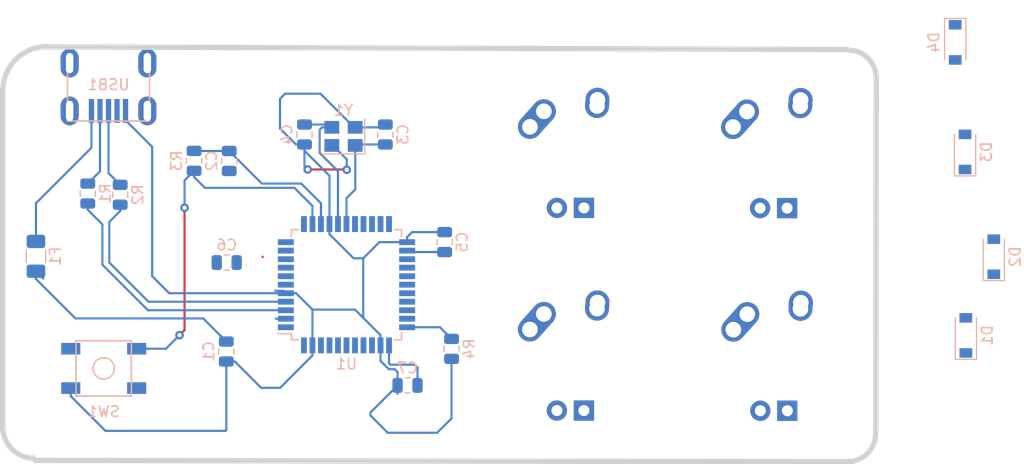
<source format=kicad_pcb>
(kicad_pcb (version 20171130) (host pcbnew "(5.1.2)-1")

  (general
    (thickness 1.6)
    (drawings 8)
    (tracks 142)
    (zones 0)
    (modules 24)
    (nets 57)
  )

  (page A4)
  (layers
    (0 F.Cu signal)
    (31 B.Cu signal)
    (32 B.Adhes user)
    (33 F.Adhes user)
    (34 B.Paste user)
    (35 F.Paste user)
    (36 B.SilkS user)
    (37 F.SilkS user)
    (38 B.Mask user)
    (39 F.Mask user)
    (40 Dwgs.User user)
    (41 Cmts.User user)
    (42 Eco1.User user)
    (43 Eco2.User user)
    (44 Edge.Cuts user)
    (45 Margin user)
    (46 B.CrtYd user)
    (47 F.CrtYd user)
    (48 B.Fab user)
    (49 F.Fab user)
  )

  (setup
    (last_trace_width 0.2032)
    (trace_clearance 0.2)
    (zone_clearance 0.508)
    (zone_45_only no)
    (trace_min 0.2)
    (via_size 0.8)
    (via_drill 0.4)
    (via_min_size 0.4)
    (via_min_drill 0.3)
    (uvia_size 0.3)
    (uvia_drill 0.1)
    (uvias_allowed no)
    (uvia_min_size 0.2)
    (uvia_min_drill 0.1)
    (edge_width 0.05)
    (segment_width 0.2)
    (pcb_text_width 0.3)
    (pcb_text_size 1.5 1.5)
    (mod_edge_width 0.12)
    (mod_text_size 1 1)
    (mod_text_width 0.15)
    (pad_size 1.4 1.2)
    (pad_drill 0)
    (pad_to_mask_clearance 0.051)
    (solder_mask_min_width 0.25)
    (aux_axis_origin 0 0)
    (visible_elements FFFFFF7F)
    (pcbplotparams
      (layerselection 0x010fc_ffffffff)
      (usegerberextensions false)
      (usegerberattributes false)
      (usegerberadvancedattributes false)
      (creategerberjobfile false)
      (excludeedgelayer true)
      (linewidth 0.100000)
      (plotframeref false)
      (viasonmask false)
      (mode 1)
      (useauxorigin false)
      (hpglpennumber 1)
      (hpglpenspeed 20)
      (hpglpendiameter 15.000000)
      (psnegative false)
      (psa4output false)
      (plotreference true)
      (plotvalue true)
      (plotinvisibletext false)
      (padsonsilk false)
      (subtractmaskfromsilk false)
      (outputformat 1)
      (mirror false)
      (drillshape 1)
      (scaleselection 1)
      (outputdirectory ""))
  )

  (net 0 "")
  (net 1 +5V)
  (net 2 GND)
  (net 3 "Net-(C3-Pad1)")
  (net 4 "Net-(C4-Pad1)")
  (net 5 "Net-(C6-Pad1)")
  (net 6 ROW0)
  (net 7 "Net-(D1-Pad2)")
  (net 8 "Net-(D2-Pad2)")
  (net 9 ROW1)
  (net 10 "Net-(D3-Pad2)")
  (net 11 "Net-(D4-Pad2)")
  (net 12 VCC)
  (net 13 "Net-(MX1-Pad4)")
  (net 14 "Net-(MX1-Pad3)")
  (net 15 COL0)
  (net 16 "Net-(MX2-Pad4)")
  (net 17 "Net-(MX2-Pad3)")
  (net 18 COL1)
  (net 19 "Net-(MX3-Pad3)")
  (net 20 "Net-(MX3-Pad4)")
  (net 21 "Net-(MX4-Pad3)")
  (net 22 "Net-(MX4-Pad4)")
  (net 23 D-)
  (net 24 "Net-(R1-Pad1)")
  (net 25 "Net-(R2-Pad1)")
  (net 26 D+)
  (net 27 "Net-(R3-Pad2)")
  (net 28 "Net-(R4-Pad2)")
  (net 29 "Net-(U1-Pad1)")
  (net 30 "Net-(U1-Pad8)")
  (net 31 "Net-(U1-Pad9)")
  (net 32 "Net-(U1-Pad10)")
  (net 33 "Net-(U1-Pad11)")
  (net 34 "Net-(U1-Pad12)")
  (net 35 "Net-(U1-Pad18)")
  (net 36 "Net-(U1-Pad19)")
  (net 37 "Net-(U1-Pad20)")
  (net 38 "Net-(U1-Pad21)")
  (net 39 "Net-(U1-Pad22)")
  (net 40 "Net-(U1-Pad25)")
  (net 41 "Net-(U1-Pad26)")
  (net 42 "Net-(U1-Pad27)")
  (net 43 "Net-(U1-Pad28)")
  (net 44 "Net-(U1-Pad29)")
  (net 45 "Net-(U1-Pad30)")
  (net 46 "Net-(U1-Pad31)")
  (net 47 "Net-(U1-Pad32)")
  (net 48 "Net-(U1-Pad36)")
  (net 49 "Net-(U1-Pad37)")
  (net 50 "Net-(U1-Pad38)")
  (net 51 "Net-(U1-Pad39)")
  (net 52 "Net-(U1-Pad40)")
  (net 53 "Net-(U1-Pad41)")
  (net 54 "Net-(U1-Pad42)")
  (net 55 "Net-(USB1-Pad2)")
  (net 56 "Net-(USB1-Pad6)")

  (net_class Default "This is the default net class."
    (clearance 0.2)
    (trace_width 0.2032)
    (via_dia 0.8)
    (via_drill 0.4)
    (uvia_dia 0.3)
    (uvia_drill 0.1)
    (add_net +5V)
    (add_net COL0)
    (add_net COL1)
    (add_net D+)
    (add_net D-)
    (add_net GND)
    (add_net "Net-(C3-Pad1)")
    (add_net "Net-(C4-Pad1)")
    (add_net "Net-(C6-Pad1)")
    (add_net "Net-(D1-Pad2)")
    (add_net "Net-(D2-Pad2)")
    (add_net "Net-(D3-Pad2)")
    (add_net "Net-(D4-Pad2)")
    (add_net "Net-(MX1-Pad3)")
    (add_net "Net-(MX1-Pad4)")
    (add_net "Net-(MX2-Pad3)")
    (add_net "Net-(MX2-Pad4)")
    (add_net "Net-(MX3-Pad3)")
    (add_net "Net-(MX3-Pad4)")
    (add_net "Net-(MX4-Pad3)")
    (add_net "Net-(MX4-Pad4)")
    (add_net "Net-(R1-Pad1)")
    (add_net "Net-(R2-Pad1)")
    (add_net "Net-(R3-Pad2)")
    (add_net "Net-(R4-Pad2)")
    (add_net "Net-(U1-Pad1)")
    (add_net "Net-(U1-Pad10)")
    (add_net "Net-(U1-Pad11)")
    (add_net "Net-(U1-Pad12)")
    (add_net "Net-(U1-Pad18)")
    (add_net "Net-(U1-Pad19)")
    (add_net "Net-(U1-Pad20)")
    (add_net "Net-(U1-Pad21)")
    (add_net "Net-(U1-Pad22)")
    (add_net "Net-(U1-Pad25)")
    (add_net "Net-(U1-Pad26)")
    (add_net "Net-(U1-Pad27)")
    (add_net "Net-(U1-Pad28)")
    (add_net "Net-(U1-Pad29)")
    (add_net "Net-(U1-Pad30)")
    (add_net "Net-(U1-Pad31)")
    (add_net "Net-(U1-Pad32)")
    (add_net "Net-(U1-Pad36)")
    (add_net "Net-(U1-Pad37)")
    (add_net "Net-(U1-Pad38)")
    (add_net "Net-(U1-Pad39)")
    (add_net "Net-(U1-Pad40)")
    (add_net "Net-(U1-Pad41)")
    (add_net "Net-(U1-Pad42)")
    (add_net "Net-(U1-Pad8)")
    (add_net "Net-(U1-Pad9)")
    (add_net "Net-(USB1-Pad2)")
    (add_net "Net-(USB1-Pad6)")
    (add_net ROW0)
    (add_net ROW1)
    (add_net VCC)
  )

  (net_class Power ""
    (clearance 0.2)
    (trace_width 0.2032)
    (via_dia 0.8)
    (via_drill 0.4)
    (uvia_dia 0.3)
    (uvia_drill 0.1)
  )

  (module Capacitor_SMD:C_0805_2012Metric (layer B.Cu) (tedit 5B36C52B) (tstamp 5CE88738)
    (at 65.3 81.725 270)
    (descr "Capacitor SMD 0805 (2012 Metric), square (rectangular) end terminal, IPC_7351 nominal, (Body size source: https://docs.google.com/spreadsheets/d/1BsfQQcO9C6DZCsRaXUlFlo91Tg2WpOkGARC1WS5S8t0/edit?usp=sharing), generated with kicad-footprint-generator")
    (tags capacitor)
    (path /5CEA9377)
    (attr smd)
    (fp_text reference C2 (at 0 1.65 270) (layer B.SilkS)
      (effects (font (size 1 1) (thickness 0.15)) (justify mirror))
    )
    (fp_text value 0.1uF (at 0 -1.65 270) (layer B.Fab)
      (effects (font (size 1 1) (thickness 0.15)) (justify mirror))
    )
    (fp_text user %R (at 0 0 270) (layer B.Fab)
      (effects (font (size 0.5 0.5) (thickness 0.08)) (justify mirror))
    )
    (fp_line (start 1.68 -0.95) (end -1.68 -0.95) (layer B.CrtYd) (width 0.05))
    (fp_line (start 1.68 0.95) (end 1.68 -0.95) (layer B.CrtYd) (width 0.05))
    (fp_line (start -1.68 0.95) (end 1.68 0.95) (layer B.CrtYd) (width 0.05))
    (fp_line (start -1.68 -0.95) (end -1.68 0.95) (layer B.CrtYd) (width 0.05))
    (fp_line (start -0.258578 -0.71) (end 0.258578 -0.71) (layer B.SilkS) (width 0.12))
    (fp_line (start -0.258578 0.71) (end 0.258578 0.71) (layer B.SilkS) (width 0.12))
    (fp_line (start 1 -0.6) (end -1 -0.6) (layer B.Fab) (width 0.1))
    (fp_line (start 1 0.6) (end 1 -0.6) (layer B.Fab) (width 0.1))
    (fp_line (start -1 0.6) (end 1 0.6) (layer B.Fab) (width 0.1))
    (fp_line (start -1 -0.6) (end -1 0.6) (layer B.Fab) (width 0.1))
    (pad 2 smd roundrect (at 0.9375 0 270) (size 0.975 1.4) (layers B.Cu B.Paste B.Mask) (roundrect_rratio 0.25)
      (net 2 GND))
    (pad 1 smd roundrect (at -0.9375 0 270) (size 0.975 1.4) (layers B.Cu B.Paste B.Mask) (roundrect_rratio 0.25)
      (net 1 +5V))
    (model ${KISYS3DMOD}/Capacitor_SMD.3dshapes/C_0805_2012Metric.wrl
      (at (xyz 0 0 0))
      (scale (xyz 1 1 1))
      (rotate (xyz 0 0 0))
    )
  )

  (module Capacitor_SMD:C_0805_2012Metric (layer B.Cu) (tedit 5B36C52B) (tstamp 5CE88727)
    (at 65.025 99.6375 270)
    (descr "Capacitor SMD 0805 (2012 Metric), square (rectangular) end terminal, IPC_7351 nominal, (Body size source: https://docs.google.com/spreadsheets/d/1BsfQQcO9C6DZCsRaXUlFlo91Tg2WpOkGARC1WS5S8t0/edit?usp=sharing), generated with kicad-footprint-generator")
    (tags capacitor)
    (path /5CEAA989)
    (attr smd)
    (fp_text reference C1 (at 0 1.65 270) (layer B.SilkS)
      (effects (font (size 1 1) (thickness 0.15)) (justify mirror))
    )
    (fp_text value 0.1uF (at 0 -1.65 270) (layer B.Fab)
      (effects (font (size 1 1) (thickness 0.15)) (justify mirror))
    )
    (fp_line (start -1 -0.6) (end -1 0.6) (layer B.Fab) (width 0.1))
    (fp_line (start -1 0.6) (end 1 0.6) (layer B.Fab) (width 0.1))
    (fp_line (start 1 0.6) (end 1 -0.6) (layer B.Fab) (width 0.1))
    (fp_line (start 1 -0.6) (end -1 -0.6) (layer B.Fab) (width 0.1))
    (fp_line (start -0.258578 0.71) (end 0.258578 0.71) (layer B.SilkS) (width 0.12))
    (fp_line (start -0.258578 -0.71) (end 0.258578 -0.71) (layer B.SilkS) (width 0.12))
    (fp_line (start -1.68 -0.95) (end -1.68 0.95) (layer B.CrtYd) (width 0.05))
    (fp_line (start -1.68 0.95) (end 1.68 0.95) (layer B.CrtYd) (width 0.05))
    (fp_line (start 1.68 0.95) (end 1.68 -0.95) (layer B.CrtYd) (width 0.05))
    (fp_line (start 1.68 -0.95) (end -1.68 -0.95) (layer B.CrtYd) (width 0.05))
    (fp_text user %R (at 0 0 270) (layer B.Fab)
      (effects (font (size 0.5 0.5) (thickness 0.08)) (justify mirror))
    )
    (pad 1 smd roundrect (at -0.9375 0 270) (size 0.975 1.4) (layers B.Cu B.Paste B.Mask) (roundrect_rratio 0.25)
      (net 1 +5V))
    (pad 2 smd roundrect (at 0.9375 0 270) (size 0.975 1.4) (layers B.Cu B.Paste B.Mask) (roundrect_rratio 0.25)
      (net 2 GND))
    (model ${KISYS3DMOD}/Capacitor_SMD.3dshapes/C_0805_2012Metric.wrl
      (at (xyz 0 0 0))
      (scale (xyz 1 1 1))
      (rotate (xyz 0 0 0))
    )
  )

  (module Capacitor_SMD:C_0805_2012Metric (layer B.Cu) (tedit 5B36C52B) (tstamp 5CE88749)
    (at 79.975 79.2375 90)
    (descr "Capacitor SMD 0805 (2012 Metric), square (rectangular) end terminal, IPC_7351 nominal, (Body size source: https://docs.google.com/spreadsheets/d/1BsfQQcO9C6DZCsRaXUlFlo91Tg2WpOkGARC1WS5S8t0/edit?usp=sharing), generated with kicad-footprint-generator")
    (tags capacitor)
    (path /5CEB78D7)
    (attr smd)
    (fp_text reference C3 (at 0 1.65 270) (layer B.SilkS)
      (effects (font (size 1 1) (thickness 0.15)) (justify mirror))
    )
    (fp_text value 22pF (at 0 -1.65 270) (layer B.Fab)
      (effects (font (size 1 1) (thickness 0.15)) (justify mirror))
    )
    (fp_text user %R (at 0 0 270) (layer B.Fab)
      (effects (font (size 0.5 0.5) (thickness 0.08)) (justify mirror))
    )
    (fp_line (start 1.68 -0.95) (end -1.68 -0.95) (layer B.CrtYd) (width 0.05))
    (fp_line (start 1.68 0.95) (end 1.68 -0.95) (layer B.CrtYd) (width 0.05))
    (fp_line (start -1.68 0.95) (end 1.68 0.95) (layer B.CrtYd) (width 0.05))
    (fp_line (start -1.68 -0.95) (end -1.68 0.95) (layer B.CrtYd) (width 0.05))
    (fp_line (start -0.258578 -0.71) (end 0.258578 -0.71) (layer B.SilkS) (width 0.12))
    (fp_line (start -0.258578 0.71) (end 0.258578 0.71) (layer B.SilkS) (width 0.12))
    (fp_line (start 1 -0.6) (end -1 -0.6) (layer B.Fab) (width 0.1))
    (fp_line (start 1 0.6) (end 1 -0.6) (layer B.Fab) (width 0.1))
    (fp_line (start -1 0.6) (end 1 0.6) (layer B.Fab) (width 0.1))
    (fp_line (start -1 -0.6) (end -1 0.6) (layer B.Fab) (width 0.1))
    (pad 2 smd roundrect (at 0.9375 0 90) (size 0.975 1.4) (layers B.Cu B.Paste B.Mask) (roundrect_rratio 0.25)
      (net 2 GND))
    (pad 1 smd roundrect (at -0.9375 0 90) (size 0.975 1.4) (layers B.Cu B.Paste B.Mask) (roundrect_rratio 0.25)
      (net 3 "Net-(C3-Pad1)"))
    (model ${KISYS3DMOD}/Capacitor_SMD.3dshapes/C_0805_2012Metric.wrl
      (at (xyz 0 0 0))
      (scale (xyz 1 1 1))
      (rotate (xyz 0 0 0))
    )
  )

  (module Capacitor_SMD:C_0805_2012Metric (layer B.Cu) (tedit 5B36C52B) (tstamp 5CE8C4D4)
    (at 72.375 79.2375 270)
    (descr "Capacitor SMD 0805 (2012 Metric), square (rectangular) end terminal, IPC_7351 nominal, (Body size source: https://docs.google.com/spreadsheets/d/1BsfQQcO9C6DZCsRaXUlFlo91Tg2WpOkGARC1WS5S8t0/edit?usp=sharing), generated with kicad-footprint-generator")
    (tags capacitor)
    (path /5CEB8611)
    (attr smd)
    (fp_text reference C4 (at 0 1.65 270) (layer B.SilkS)
      (effects (font (size 1 1) (thickness 0.15)) (justify mirror))
    )
    (fp_text value 22pF (at 0 -1.65 270) (layer B.Fab)
      (effects (font (size 1 1) (thickness 0.15)) (justify mirror))
    )
    (fp_line (start -1 -0.6) (end -1 0.6) (layer B.Fab) (width 0.1))
    (fp_line (start -1 0.6) (end 1 0.6) (layer B.Fab) (width 0.1))
    (fp_line (start 1 0.6) (end 1 -0.6) (layer B.Fab) (width 0.1))
    (fp_line (start 1 -0.6) (end -1 -0.6) (layer B.Fab) (width 0.1))
    (fp_line (start -0.258578 0.71) (end 0.258578 0.71) (layer B.SilkS) (width 0.12))
    (fp_line (start -0.258578 -0.71) (end 0.258578 -0.71) (layer B.SilkS) (width 0.12))
    (fp_line (start -1.68 -0.95) (end -1.68 0.95) (layer B.CrtYd) (width 0.05))
    (fp_line (start -1.68 0.95) (end 1.68 0.95) (layer B.CrtYd) (width 0.05))
    (fp_line (start 1.68 0.95) (end 1.68 -0.95) (layer B.CrtYd) (width 0.05))
    (fp_line (start 1.68 -0.95) (end -1.68 -0.95) (layer B.CrtYd) (width 0.05))
    (fp_text user %R (at 0 0 270) (layer B.Fab)
      (effects (font (size 0.5 0.5) (thickness 0.08)) (justify mirror))
    )
    (pad 1 smd roundrect (at -0.9375 0 270) (size 0.975 1.4) (layers B.Cu B.Paste B.Mask) (roundrect_rratio 0.25)
      (net 4 "Net-(C4-Pad1)"))
    (pad 2 smd roundrect (at 0.9375 0 270) (size 0.975 1.4) (layers B.Cu B.Paste B.Mask) (roundrect_rratio 0.25)
      (net 2 GND))
    (model ${KISYS3DMOD}/Capacitor_SMD.3dshapes/C_0805_2012Metric.wrl
      (at (xyz 0 0 0))
      (scale (xyz 1 1 1))
      (rotate (xyz 0 0 0))
    )
  )

  (module Capacitor_SMD:C_0805_2012Metric (layer B.Cu) (tedit 5B36C52B) (tstamp 5CE8876B)
    (at 85.55 89.35 90)
    (descr "Capacitor SMD 0805 (2012 Metric), square (rectangular) end terminal, IPC_7351 nominal, (Body size source: https://docs.google.com/spreadsheets/d/1BsfQQcO9C6DZCsRaXUlFlo91Tg2WpOkGARC1WS5S8t0/edit?usp=sharing), generated with kicad-footprint-generator")
    (tags capacitor)
    (path /5CEA9C1D)
    (attr smd)
    (fp_text reference C5 (at 0 1.65 90) (layer B.SilkS)
      (effects (font (size 1 1) (thickness 0.15)) (justify mirror))
    )
    (fp_text value 0.1uF (at 0 -1.65 90) (layer B.Fab)
      (effects (font (size 1 1) (thickness 0.15)) (justify mirror))
    )
    (fp_line (start -1 -0.6) (end -1 0.6) (layer B.Fab) (width 0.1))
    (fp_line (start -1 0.6) (end 1 0.6) (layer B.Fab) (width 0.1))
    (fp_line (start 1 0.6) (end 1 -0.6) (layer B.Fab) (width 0.1))
    (fp_line (start 1 -0.6) (end -1 -0.6) (layer B.Fab) (width 0.1))
    (fp_line (start -0.258578 0.71) (end 0.258578 0.71) (layer B.SilkS) (width 0.12))
    (fp_line (start -0.258578 -0.71) (end 0.258578 -0.71) (layer B.SilkS) (width 0.12))
    (fp_line (start -1.68 -0.95) (end -1.68 0.95) (layer B.CrtYd) (width 0.05))
    (fp_line (start -1.68 0.95) (end 1.68 0.95) (layer B.CrtYd) (width 0.05))
    (fp_line (start 1.68 0.95) (end 1.68 -0.95) (layer B.CrtYd) (width 0.05))
    (fp_line (start 1.68 -0.95) (end -1.68 -0.95) (layer B.CrtYd) (width 0.05))
    (fp_text user %R (at 0 0 90) (layer B.Fab)
      (effects (font (size 0.5 0.5) (thickness 0.08)) (justify mirror))
    )
    (pad 1 smd roundrect (at -0.9375 0 90) (size 0.975 1.4) (layers B.Cu B.Paste B.Mask) (roundrect_rratio 0.25)
      (net 1 +5V))
    (pad 2 smd roundrect (at 0.9375 0 90) (size 0.975 1.4) (layers B.Cu B.Paste B.Mask) (roundrect_rratio 0.25)
      (net 2 GND))
    (model ${KISYS3DMOD}/Capacitor_SMD.3dshapes/C_0805_2012Metric.wrl
      (at (xyz 0 0 0))
      (scale (xyz 1 1 1))
      (rotate (xyz 0 0 0))
    )
  )

  (module Capacitor_SMD:C_0805_2012Metric (layer B.Cu) (tedit 5B36C52B) (tstamp 5CE8877C)
    (at 65.0625 91.275 180)
    (descr "Capacitor SMD 0805 (2012 Metric), square (rectangular) end terminal, IPC_7351 nominal, (Body size source: https://docs.google.com/spreadsheets/d/1BsfQQcO9C6DZCsRaXUlFlo91Tg2WpOkGARC1WS5S8t0/edit?usp=sharing), generated with kicad-footprint-generator")
    (tags capacitor)
    (path /5CEA5398)
    (attr smd)
    (fp_text reference C6 (at 0 1.65) (layer B.SilkS)
      (effects (font (size 1 1) (thickness 0.15)) (justify mirror))
    )
    (fp_text value 1uF (at 0 -1.65) (layer B.Fab)
      (effects (font (size 1 1) (thickness 0.15)) (justify mirror))
    )
    (fp_line (start -1 -0.6) (end -1 0.6) (layer B.Fab) (width 0.1))
    (fp_line (start -1 0.6) (end 1 0.6) (layer B.Fab) (width 0.1))
    (fp_line (start 1 0.6) (end 1 -0.6) (layer B.Fab) (width 0.1))
    (fp_line (start 1 -0.6) (end -1 -0.6) (layer B.Fab) (width 0.1))
    (fp_line (start -0.258578 0.71) (end 0.258578 0.71) (layer B.SilkS) (width 0.12))
    (fp_line (start -0.258578 -0.71) (end 0.258578 -0.71) (layer B.SilkS) (width 0.12))
    (fp_line (start -1.68 -0.95) (end -1.68 0.95) (layer B.CrtYd) (width 0.05))
    (fp_line (start -1.68 0.95) (end 1.68 0.95) (layer B.CrtYd) (width 0.05))
    (fp_line (start 1.68 0.95) (end 1.68 -0.95) (layer B.CrtYd) (width 0.05))
    (fp_line (start 1.68 -0.95) (end -1.68 -0.95) (layer B.CrtYd) (width 0.05))
    (fp_text user %R (at 0 0) (layer B.Fab)
      (effects (font (size 0.5 0.5) (thickness 0.08)) (justify mirror))
    )
    (pad 1 smd roundrect (at -0.9375 0 180) (size 0.975 1.4) (layers B.Cu B.Paste B.Mask) (roundrect_rratio 0.25)
      (net 5 "Net-(C6-Pad1)"))
    (pad 2 smd roundrect (at 0.9375 0 180) (size 0.975 1.4) (layers B.Cu B.Paste B.Mask) (roundrect_rratio 0.25)
      (net 2 GND))
    (model ${KISYS3DMOD}/Capacitor_SMD.3dshapes/C_0805_2012Metric.wrl
      (at (xyz 0 0 0))
      (scale (xyz 1 1 1))
      (rotate (xyz 0 0 0))
    )
  )

  (module Capacitor_SMD:C_0805_2012Metric (layer B.Cu) (tedit 5B36C52B) (tstamp 5CE8878D)
    (at 82.0625 102.825 180)
    (descr "Capacitor SMD 0805 (2012 Metric), square (rectangular) end terminal, IPC_7351 nominal, (Body size source: https://docs.google.com/spreadsheets/d/1BsfQQcO9C6DZCsRaXUlFlo91Tg2WpOkGARC1WS5S8t0/edit?usp=sharing), generated with kicad-footprint-generator")
    (tags capacitor)
    (path /5CEAA3BA)
    (attr smd)
    (fp_text reference C7 (at 0 1.65 180) (layer B.SilkS)
      (effects (font (size 1 1) (thickness 0.15)) (justify mirror))
    )
    (fp_text value 0.1uF (at 0 -1.65 180) (layer B.Fab)
      (effects (font (size 1 1) (thickness 0.15)) (justify mirror))
    )
    (fp_text user %R (at 1.1915 -0.127 180) (layer B.Fab)
      (effects (font (size 0.5 0.5) (thickness 0.08)) (justify mirror))
    )
    (fp_line (start 1.68 -0.95) (end -1.68 -0.95) (layer B.CrtYd) (width 0.05))
    (fp_line (start 1.68 0.95) (end 1.68 -0.95) (layer B.CrtYd) (width 0.05))
    (fp_line (start -1.68 0.95) (end 1.68 0.95) (layer B.CrtYd) (width 0.05))
    (fp_line (start -1.68 -0.95) (end -1.68 0.95) (layer B.CrtYd) (width 0.05))
    (fp_line (start -0.258578 -0.71) (end 0.258578 -0.71) (layer B.SilkS) (width 0.12))
    (fp_line (start -0.258578 0.71) (end 0.258578 0.71) (layer B.SilkS) (width 0.12))
    (fp_line (start 1 -0.6) (end -1 -0.6) (layer B.Fab) (width 0.1))
    (fp_line (start 1 0.6) (end 1 -0.6) (layer B.Fab) (width 0.1))
    (fp_line (start -1 0.6) (end 1 0.6) (layer B.Fab) (width 0.1))
    (fp_line (start -1 -0.6) (end -1 0.6) (layer B.Fab) (width 0.1))
    (pad 2 smd roundrect (at 0.9375 0 180) (size 0.975 1.4) (layers B.Cu B.Paste B.Mask) (roundrect_rratio 0.25)
      (net 2 GND))
    (pad 1 smd roundrect (at -0.9375 0 180) (size 0.975 1.4) (layers B.Cu B.Paste B.Mask) (roundrect_rratio 0.25)
      (net 1 +5V))
    (model ${KISYS3DMOD}/Capacitor_SMD.3dshapes/C_0805_2012Metric.wrl
      (at (xyz 0 0 0))
      (scale (xyz 1 1 1))
      (rotate (xyz 0 0 0))
    )
  )

  (module Diode_SMD:D_SOD-123 (layer B.Cu) (tedit 58645DC7) (tstamp 5CE887A6)
    (at 134.55 98.125 90)
    (descr SOD-123)
    (tags SOD-123)
    (path /5CF07080)
    (attr smd)
    (fp_text reference D1 (at 0 2 270) (layer B.SilkS)
      (effects (font (size 1 1) (thickness 0.15)) (justify mirror))
    )
    (fp_text value D_Small (at 0 -2.1 270) (layer B.Fab)
      (effects (font (size 1 1) (thickness 0.15)) (justify mirror))
    )
    (fp_text user %R (at 0 2 270) (layer B.Fab)
      (effects (font (size 1 1) (thickness 0.15)) (justify mirror))
    )
    (fp_line (start -2.25 1) (end -2.25 -1) (layer B.SilkS) (width 0.12))
    (fp_line (start 0.25 0) (end 0.75 0) (layer B.Fab) (width 0.1))
    (fp_line (start 0.25 -0.4) (end -0.35 0) (layer B.Fab) (width 0.1))
    (fp_line (start 0.25 0.4) (end 0.25 -0.4) (layer B.Fab) (width 0.1))
    (fp_line (start -0.35 0) (end 0.25 0.4) (layer B.Fab) (width 0.1))
    (fp_line (start -0.35 0) (end -0.35 -0.55) (layer B.Fab) (width 0.1))
    (fp_line (start -0.35 0) (end -0.35 0.55) (layer B.Fab) (width 0.1))
    (fp_line (start -0.75 0) (end -0.35 0) (layer B.Fab) (width 0.1))
    (fp_line (start -1.4 -0.9) (end -1.4 0.9) (layer B.Fab) (width 0.1))
    (fp_line (start 1.4 -0.9) (end -1.4 -0.9) (layer B.Fab) (width 0.1))
    (fp_line (start 1.4 0.9) (end 1.4 -0.9) (layer B.Fab) (width 0.1))
    (fp_line (start -1.4 0.9) (end 1.4 0.9) (layer B.Fab) (width 0.1))
    (fp_line (start -2.35 1.15) (end 2.35 1.15) (layer B.CrtYd) (width 0.05))
    (fp_line (start 2.35 1.15) (end 2.35 -1.15) (layer B.CrtYd) (width 0.05))
    (fp_line (start 2.35 -1.15) (end -2.35 -1.15) (layer B.CrtYd) (width 0.05))
    (fp_line (start -2.35 1.15) (end -2.35 -1.15) (layer B.CrtYd) (width 0.05))
    (fp_line (start -2.25 -1) (end 1.65 -1) (layer B.SilkS) (width 0.12))
    (fp_line (start -2.25 1) (end 1.65 1) (layer B.SilkS) (width 0.12))
    (pad 1 smd rect (at -1.65 0 90) (size 0.9 1.2) (layers B.Cu B.Paste B.Mask)
      (net 6 ROW0))
    (pad 2 smd rect (at 1.65 0 90) (size 0.9 1.2) (layers B.Cu B.Paste B.Mask)
      (net 7 "Net-(D1-Pad2)"))
    (model ${KISYS3DMOD}/Diode_SMD.3dshapes/D_SOD-123.wrl
      (at (xyz 0 0 0))
      (scale (xyz 1 1 1))
      (rotate (xyz 0 0 0))
    )
  )

  (module Diode_SMD:D_SOD-123 (layer B.Cu) (tedit 58645DC7) (tstamp 5CE887BF)
    (at 137.175 90.725 90)
    (descr SOD-123)
    (tags SOD-123)
    (path /5CF103E0)
    (attr smd)
    (fp_text reference D2 (at 0 2 270) (layer B.SilkS)
      (effects (font (size 1 1) (thickness 0.15)) (justify mirror))
    )
    (fp_text value D_Small (at 0 -2.1 270) (layer B.Fab)
      (effects (font (size 1 1) (thickness 0.15)) (justify mirror))
    )
    (fp_line (start -2.25 1) (end 1.65 1) (layer B.SilkS) (width 0.12))
    (fp_line (start -2.25 -1) (end 1.65 -1) (layer B.SilkS) (width 0.12))
    (fp_line (start -2.35 1.15) (end -2.35 -1.15) (layer B.CrtYd) (width 0.05))
    (fp_line (start 2.35 -1.15) (end -2.35 -1.15) (layer B.CrtYd) (width 0.05))
    (fp_line (start 2.35 1.15) (end 2.35 -1.15) (layer B.CrtYd) (width 0.05))
    (fp_line (start -2.35 1.15) (end 2.35 1.15) (layer B.CrtYd) (width 0.05))
    (fp_line (start -1.4 0.9) (end 1.4 0.9) (layer B.Fab) (width 0.1))
    (fp_line (start 1.4 0.9) (end 1.4 -0.9) (layer B.Fab) (width 0.1))
    (fp_line (start 1.4 -0.9) (end -1.4 -0.9) (layer B.Fab) (width 0.1))
    (fp_line (start -1.4 -0.9) (end -1.4 0.9) (layer B.Fab) (width 0.1))
    (fp_line (start -0.75 0) (end -0.35 0) (layer B.Fab) (width 0.1))
    (fp_line (start -0.35 0) (end -0.35 0.55) (layer B.Fab) (width 0.1))
    (fp_line (start -0.35 0) (end -0.35 -0.55) (layer B.Fab) (width 0.1))
    (fp_line (start -0.35 0) (end 0.25 0.4) (layer B.Fab) (width 0.1))
    (fp_line (start 0.25 0.4) (end 0.25 -0.4) (layer B.Fab) (width 0.1))
    (fp_line (start 0.25 -0.4) (end -0.35 0) (layer B.Fab) (width 0.1))
    (fp_line (start 0.25 0) (end 0.75 0) (layer B.Fab) (width 0.1))
    (fp_line (start -2.25 1) (end -2.25 -1) (layer B.SilkS) (width 0.12))
    (fp_text user %R (at 0 2 270) (layer B.Fab)
      (effects (font (size 1 1) (thickness 0.15)) (justify mirror))
    )
    (pad 2 smd rect (at 1.65 0 90) (size 0.9 1.2) (layers B.Cu B.Paste B.Mask)
      (net 8 "Net-(D2-Pad2)"))
    (pad 1 smd rect (at -1.65 0 90) (size 0.9 1.2) (layers B.Cu B.Paste B.Mask)
      (net 9 ROW1))
    (model ${KISYS3DMOD}/Diode_SMD.3dshapes/D_SOD-123.wrl
      (at (xyz 0 0 0))
      (scale (xyz 1 1 1))
      (rotate (xyz 0 0 0))
    )
  )

  (module Diode_SMD:D_SOD-123 (layer B.Cu) (tedit 58645DC7) (tstamp 5CE887D8)
    (at 134.475 80.875 90)
    (descr SOD-123)
    (tags SOD-123)
    (path /5CF1178D)
    (attr smd)
    (fp_text reference D3 (at 0 2 270) (layer B.SilkS)
      (effects (font (size 1 1) (thickness 0.15)) (justify mirror))
    )
    (fp_text value D_Small (at 0 -2.1 270) (layer B.Fab)
      (effects (font (size 1 1) (thickness 0.15)) (justify mirror))
    )
    (fp_text user %R (at 0 2 270) (layer B.Fab)
      (effects (font (size 1 1) (thickness 0.15)) (justify mirror))
    )
    (fp_line (start -2.25 1) (end -2.25 -1) (layer B.SilkS) (width 0.12))
    (fp_line (start 0.25 0) (end 0.75 0) (layer B.Fab) (width 0.1))
    (fp_line (start 0.25 -0.4) (end -0.35 0) (layer B.Fab) (width 0.1))
    (fp_line (start 0.25 0.4) (end 0.25 -0.4) (layer B.Fab) (width 0.1))
    (fp_line (start -0.35 0) (end 0.25 0.4) (layer B.Fab) (width 0.1))
    (fp_line (start -0.35 0) (end -0.35 -0.55) (layer B.Fab) (width 0.1))
    (fp_line (start -0.35 0) (end -0.35 0.55) (layer B.Fab) (width 0.1))
    (fp_line (start -0.75 0) (end -0.35 0) (layer B.Fab) (width 0.1))
    (fp_line (start -1.4 -0.9) (end -1.4 0.9) (layer B.Fab) (width 0.1))
    (fp_line (start 1.4 -0.9) (end -1.4 -0.9) (layer B.Fab) (width 0.1))
    (fp_line (start 1.4 0.9) (end 1.4 -0.9) (layer B.Fab) (width 0.1))
    (fp_line (start -1.4 0.9) (end 1.4 0.9) (layer B.Fab) (width 0.1))
    (fp_line (start -2.35 1.15) (end 2.35 1.15) (layer B.CrtYd) (width 0.05))
    (fp_line (start 2.35 1.15) (end 2.35 -1.15) (layer B.CrtYd) (width 0.05))
    (fp_line (start 2.35 -1.15) (end -2.35 -1.15) (layer B.CrtYd) (width 0.05))
    (fp_line (start -2.35 1.15) (end -2.35 -1.15) (layer B.CrtYd) (width 0.05))
    (fp_line (start -2.25 -1) (end 1.65 -1) (layer B.SilkS) (width 0.12))
    (fp_line (start -2.25 1) (end 1.65 1) (layer B.SilkS) (width 0.12))
    (pad 1 smd rect (at -1.65 0 90) (size 0.9 1.2) (layers B.Cu B.Paste B.Mask)
      (net 6 ROW0))
    (pad 2 smd rect (at 1.65 0 90) (size 0.9 1.2) (layers B.Cu B.Paste B.Mask)
      (net 10 "Net-(D3-Pad2)"))
    (model ${KISYS3DMOD}/Diode_SMD.3dshapes/D_SOD-123.wrl
      (at (xyz 0 0 0))
      (scale (xyz 1 1 1))
      (rotate (xyz 0 0 0))
    )
  )

  (module Diode_SMD:D_SOD-123 (layer B.Cu) (tedit 58645DC7) (tstamp 5CE887F1)
    (at 133.55 70.575 270)
    (descr SOD-123)
    (tags SOD-123)
    (path /5CF11025)
    (attr smd)
    (fp_text reference D4 (at 0 2 270) (layer B.SilkS)
      (effects (font (size 1 1) (thickness 0.15)) (justify mirror))
    )
    (fp_text value D_Small (at 0 -2.1 270) (layer B.Fab)
      (effects (font (size 1 1) (thickness 0.15)) (justify mirror))
    )
    (fp_line (start -2.25 1) (end 1.65 1) (layer B.SilkS) (width 0.12))
    (fp_line (start -2.25 -1) (end 1.65 -1) (layer B.SilkS) (width 0.12))
    (fp_line (start -2.35 1.15) (end -2.35 -1.15) (layer B.CrtYd) (width 0.05))
    (fp_line (start 2.35 -1.15) (end -2.35 -1.15) (layer B.CrtYd) (width 0.05))
    (fp_line (start 2.35 1.15) (end 2.35 -1.15) (layer B.CrtYd) (width 0.05))
    (fp_line (start -2.35 1.15) (end 2.35 1.15) (layer B.CrtYd) (width 0.05))
    (fp_line (start -1.4 0.9) (end 1.4 0.9) (layer B.Fab) (width 0.1))
    (fp_line (start 1.4 0.9) (end 1.4 -0.9) (layer B.Fab) (width 0.1))
    (fp_line (start 1.4 -0.9) (end -1.4 -0.9) (layer B.Fab) (width 0.1))
    (fp_line (start -1.4 -0.9) (end -1.4 0.9) (layer B.Fab) (width 0.1))
    (fp_line (start -0.75 0) (end -0.35 0) (layer B.Fab) (width 0.1))
    (fp_line (start -0.35 0) (end -0.35 0.55) (layer B.Fab) (width 0.1))
    (fp_line (start -0.35 0) (end -0.35 -0.55) (layer B.Fab) (width 0.1))
    (fp_line (start -0.35 0) (end 0.25 0.4) (layer B.Fab) (width 0.1))
    (fp_line (start 0.25 0.4) (end 0.25 -0.4) (layer B.Fab) (width 0.1))
    (fp_line (start 0.25 -0.4) (end -0.35 0) (layer B.Fab) (width 0.1))
    (fp_line (start 0.25 0) (end 0.75 0) (layer B.Fab) (width 0.1))
    (fp_line (start -2.25 1) (end -2.25 -1) (layer B.SilkS) (width 0.12))
    (fp_text user %R (at 0 2 270) (layer B.Fab)
      (effects (font (size 1 1) (thickness 0.15)) (justify mirror))
    )
    (pad 2 smd rect (at 1.65 0 270) (size 0.9 1.2) (layers B.Cu B.Paste B.Mask)
      (net 11 "Net-(D4-Pad2)"))
    (pad 1 smd rect (at -1.65 0 270) (size 0.9 1.2) (layers B.Cu B.Paste B.Mask)
      (net 9 ROW1))
    (model ${KISYS3DMOD}/Diode_SMD.3dshapes/D_SOD-123.wrl
      (at (xyz 0 0 0))
      (scale (xyz 1 1 1))
      (rotate (xyz 0 0 0))
    )
  )

  (module Fuse:Fuse_1206_3216Metric (layer B.Cu) (tedit 5B301BBE) (tstamp 5CE88802)
    (at 47.13 90.69 90)
    (descr "Fuse SMD 1206 (3216 Metric), square (rectangular) end terminal, IPC_7351 nominal, (Body size source: http://www.tortai-tech.com/upload/download/2011102023233369053.pdf), generated with kicad-footprint-generator")
    (tags resistor)
    (path /5CEC7C51)
    (attr smd)
    (fp_text reference F1 (at 0 1.82 270) (layer B.SilkS)
      (effects (font (size 1 1) (thickness 0.15)) (justify mirror))
    )
    (fp_text value 500mA (at 0 -1.82 270) (layer B.Fab)
      (effects (font (size 1 1) (thickness 0.15)) (justify mirror))
    )
    (fp_line (start -1.6 -0.8) (end -1.6 0.8) (layer B.Fab) (width 0.1))
    (fp_line (start -1.6 0.8) (end 1.6 0.8) (layer B.Fab) (width 0.1))
    (fp_line (start 1.6 0.8) (end 1.6 -0.8) (layer B.Fab) (width 0.1))
    (fp_line (start 1.6 -0.8) (end -1.6 -0.8) (layer B.Fab) (width 0.1))
    (fp_line (start -0.602064 0.91) (end 0.602064 0.91) (layer B.SilkS) (width 0.12))
    (fp_line (start -0.602064 -0.91) (end 0.602064 -0.91) (layer B.SilkS) (width 0.12))
    (fp_line (start -2.28 -1.12) (end -2.28 1.12) (layer B.CrtYd) (width 0.05))
    (fp_line (start -2.28 1.12) (end 2.28 1.12) (layer B.CrtYd) (width 0.05))
    (fp_line (start 2.28 1.12) (end 2.28 -1.12) (layer B.CrtYd) (width 0.05))
    (fp_line (start 2.28 -1.12) (end -2.28 -1.12) (layer B.CrtYd) (width 0.05))
    (fp_text user %R (at 0 0 270) (layer B.Fab)
      (effects (font (size 0.8 0.8) (thickness 0.12)) (justify mirror))
    )
    (pad 1 smd roundrect (at -1.4 0 90) (size 1.25 1.75) (layers B.Cu B.Paste B.Mask) (roundrect_rratio 0.2)
      (net 1 +5V))
    (pad 2 smd roundrect (at 1.4 0 90) (size 1.25 1.75) (layers B.Cu B.Paste B.Mask) (roundrect_rratio 0.2)
      (net 12 VCC))
    (model ${KISYS3DMOD}/Fuse.3dshapes/Fuse_1206_3216Metric.wrl
      (at (xyz 0 0 0))
      (scale (xyz 1 1 1))
      (rotate (xyz 0 0 0))
    )
  )

  (module MX_Alps_Hybrid:MX-1U (layer F.Cu) (tedit 5A9F3A9A) (tstamp 5CE8881B)
    (at 97.37725 81.05775)
    (path /5CF056DA)
    (fp_text reference MX1 (at 0 3.175) (layer Dwgs.User)
      (effects (font (size 1 1) (thickness 0.15)))
    )
    (fp_text value MX-1U (at 0 -7.9375) (layer Dwgs.User)
      (effects (font (size 1 1) (thickness 0.15)))
    )
    (fp_line (start -9.525 9.525) (end -9.525 -9.525) (layer Dwgs.User) (width 0.15))
    (fp_line (start 9.525 9.525) (end -9.525 9.525) (layer Dwgs.User) (width 0.15))
    (fp_line (start 9.525 -9.525) (end 9.525 9.525) (layer Dwgs.User) (width 0.15))
    (fp_line (start -9.525 -9.525) (end 9.525 -9.525) (layer Dwgs.User) (width 0.15))
    (fp_line (start -7 -7) (end -7 -5) (layer Dwgs.User) (width 0.15))
    (fp_line (start -5 -7) (end -7 -7) (layer Dwgs.User) (width 0.15))
    (fp_line (start -7 7) (end -5 7) (layer Dwgs.User) (width 0.15))
    (fp_line (start -7 5) (end -7 7) (layer Dwgs.User) (width 0.15))
    (fp_line (start 7 7) (end 7 5) (layer Dwgs.User) (width 0.15))
    (fp_line (start 5 7) (end 7 7) (layer Dwgs.User) (width 0.15))
    (fp_line (start 7 -7) (end 7 -5) (layer Dwgs.User) (width 0.15))
    (fp_line (start 5 -7) (end 7 -7) (layer Dwgs.User) (width 0.15))
    (pad "" np_thru_hole circle (at 5.08 0 48.0996) (size 1.75 1.75) (drill 1.75) (layers *.Cu *.Mask))
    (pad "" np_thru_hole circle (at -5.08 0 48.0996) (size 1.75 1.75) (drill 1.75) (layers *.Cu *.Mask))
    (pad 4 thru_hole rect (at 1.27 5.08) (size 1.905 1.905) (drill 1.04) (layers *.Cu B.Mask)
      (net 13 "Net-(MX1-Pad4)"))
    (pad 3 thru_hole circle (at -1.27 5.08) (size 1.905 1.905) (drill 1.04) (layers *.Cu B.Mask)
      (net 14 "Net-(MX1-Pad3)"))
    (pad 1 thru_hole circle (at -2.5 -4) (size 2.25 2.25) (drill 1.47) (layers *.Cu B.Mask)
      (net 15 COL0))
    (pad "" np_thru_hole circle (at 0 0) (size 3.9878 3.9878) (drill 3.9878) (layers *.Cu *.Mask))
    (pad 1 thru_hole oval (at -3.81 -2.54 48.0996) (size 4.211556 2.25) (drill 1.47 (offset 0.980778 0)) (layers *.Cu B.Mask)
      (net 15 COL0))
    (pad 2 thru_hole circle (at 2.54 -5.08) (size 2.25 2.25) (drill 1.47) (layers *.Cu B.Mask)
      (net 7 "Net-(D1-Pad2)"))
    (pad 2 thru_hole oval (at 2.5 -4.5 86.0548) (size 2.831378 2.25) (drill 1.47 (offset 0.290689 0)) (layers *.Cu B.Mask)
      (net 7 "Net-(D1-Pad2)"))
  )

  (module MX_Alps_Hybrid:MX-1U (layer F.Cu) (tedit 5A9F3A9A) (tstamp 5CE88834)
    (at 116.475 81.075)
    (path /5CF0E903)
    (fp_text reference MX2 (at 0 3.175) (layer Dwgs.User)
      (effects (font (size 1 1) (thickness 0.15)))
    )
    (fp_text value MX-1U (at 0 -7.9375) (layer Dwgs.User)
      (effects (font (size 1 1) (thickness 0.15)))
    )
    (fp_line (start -9.525 9.525) (end -9.525 -9.525) (layer Dwgs.User) (width 0.15))
    (fp_line (start 9.525 9.525) (end -9.525 9.525) (layer Dwgs.User) (width 0.15))
    (fp_line (start 9.525 -9.525) (end 9.525 9.525) (layer Dwgs.User) (width 0.15))
    (fp_line (start -9.525 -9.525) (end 9.525 -9.525) (layer Dwgs.User) (width 0.15))
    (fp_line (start -7 -7) (end -7 -5) (layer Dwgs.User) (width 0.15))
    (fp_line (start -5 -7) (end -7 -7) (layer Dwgs.User) (width 0.15))
    (fp_line (start -7 7) (end -5 7) (layer Dwgs.User) (width 0.15))
    (fp_line (start -7 5) (end -7 7) (layer Dwgs.User) (width 0.15))
    (fp_line (start 7 7) (end 7 5) (layer Dwgs.User) (width 0.15))
    (fp_line (start 5 7) (end 7 7) (layer Dwgs.User) (width 0.15))
    (fp_line (start 7 -7) (end 7 -5) (layer Dwgs.User) (width 0.15))
    (fp_line (start 5 -7) (end 7 -7) (layer Dwgs.User) (width 0.15))
    (pad "" np_thru_hole circle (at 5.08 0 48.0996) (size 1.75 1.75) (drill 1.75) (layers *.Cu *.Mask))
    (pad "" np_thru_hole circle (at -5.08 0 48.0996) (size 1.75 1.75) (drill 1.75) (layers *.Cu *.Mask))
    (pad 4 thru_hole rect (at 1.27 5.08) (size 1.905 1.905) (drill 1.04) (layers *.Cu B.Mask)
      (net 16 "Net-(MX2-Pad4)"))
    (pad 3 thru_hole circle (at -1.27 5.08) (size 1.905 1.905) (drill 1.04) (layers *.Cu B.Mask)
      (net 17 "Net-(MX2-Pad3)"))
    (pad 1 thru_hole circle (at -2.5 -4) (size 2.25 2.25) (drill 1.47) (layers *.Cu B.Mask)
      (net 15 COL0))
    (pad "" np_thru_hole circle (at 0 0) (size 3.9878 3.9878) (drill 3.9878) (layers *.Cu *.Mask))
    (pad 1 thru_hole oval (at -3.81 -2.54 48.0996) (size 4.211556 2.25) (drill 1.47 (offset 0.980778 0)) (layers *.Cu B.Mask)
      (net 15 COL0))
    (pad 2 thru_hole circle (at 2.54 -5.08) (size 2.25 2.25) (drill 1.47) (layers *.Cu B.Mask)
      (net 8 "Net-(D2-Pad2)"))
    (pad 2 thru_hole oval (at 2.5 -4.5 86.0548) (size 2.831378 2.25) (drill 1.47 (offset 0.290689 0)) (layers *.Cu B.Mask)
      (net 8 "Net-(D2-Pad2)"))
  )

  (module MX_Alps_Hybrid:MX-1U (layer F.Cu) (tedit 5A9F3A9A) (tstamp 5CE8A3AB)
    (at 97.375 100.10775)
    (path /5CF0DBFB)
    (fp_text reference MX3 (at 0 3.175) (layer Dwgs.User)
      (effects (font (size 1 1) (thickness 0.15)))
    )
    (fp_text value MX-1U (at 0 -7.9375) (layer Dwgs.User)
      (effects (font (size 1 1) (thickness 0.15)))
    )
    (fp_line (start 5 -7) (end 7 -7) (layer Dwgs.User) (width 0.15))
    (fp_line (start 7 -7) (end 7 -5) (layer Dwgs.User) (width 0.15))
    (fp_line (start 5 7) (end 7 7) (layer Dwgs.User) (width 0.15))
    (fp_line (start 7 7) (end 7 5) (layer Dwgs.User) (width 0.15))
    (fp_line (start -7 5) (end -7 7) (layer Dwgs.User) (width 0.15))
    (fp_line (start -7 7) (end -5 7) (layer Dwgs.User) (width 0.15))
    (fp_line (start -5 -7) (end -7 -7) (layer Dwgs.User) (width 0.15))
    (fp_line (start -7 -7) (end -7 -5) (layer Dwgs.User) (width 0.15))
    (fp_line (start -9.525 -9.525) (end 9.525 -9.525) (layer Dwgs.User) (width 0.15))
    (fp_line (start 9.525 -9.525) (end 9.525 9.525) (layer Dwgs.User) (width 0.15))
    (fp_line (start 9.525 9.525) (end -9.525 9.525) (layer Dwgs.User) (width 0.15))
    (fp_line (start -9.525 9.525) (end -9.525 -9.525) (layer Dwgs.User) (width 0.15))
    (pad 2 thru_hole oval (at 2.5 -4.5 86.0548) (size 2.831378 2.25) (drill 1.47 (offset 0.290689 0)) (layers *.Cu B.Mask)
      (net 10 "Net-(D3-Pad2)"))
    (pad 2 thru_hole circle (at 2.54 -5.08) (size 2.25 2.25) (drill 1.47) (layers *.Cu B.Mask)
      (net 10 "Net-(D3-Pad2)"))
    (pad 1 thru_hole oval (at -3.81 -2.54 48.0996) (size 4.211556 2.25) (drill 1.47 (offset 0.980778 0)) (layers *.Cu B.Mask)
      (net 18 COL1))
    (pad "" np_thru_hole circle (at 0 0) (size 3.9878 3.9878) (drill 3.9878) (layers *.Cu *.Mask))
    (pad 1 thru_hole circle (at -2.5 -4) (size 2.25 2.25) (drill 1.47) (layers *.Cu B.Mask)
      (net 18 COL1))
    (pad 3 thru_hole circle (at -1.27 5.08) (size 1.905 1.905) (drill 1.04) (layers *.Cu B.Mask)
      (net 19 "Net-(MX3-Pad3)"))
    (pad 4 thru_hole rect (at 1.27 5.08) (size 1.905 1.905) (drill 1.04) (layers *.Cu B.Mask)
      (net 20 "Net-(MX3-Pad4)"))
    (pad "" np_thru_hole circle (at -5.08 0 48.0996) (size 1.75 1.75) (drill 1.75) (layers *.Cu *.Mask))
    (pad "" np_thru_hole circle (at 5.08 0 48.0996) (size 1.75 1.75) (drill 1.75) (layers *.Cu *.Mask))
  )

  (module MX_Alps_Hybrid:MX-1U (layer F.Cu) (tedit 5A9F3A9A) (tstamp 5CE88866)
    (at 116.5 100.125)
    (path /5CF0F8EF)
    (fp_text reference MX4 (at 0 3.175) (layer Dwgs.User)
      (effects (font (size 1 1) (thickness 0.15)))
    )
    (fp_text value MX-1U (at 0 -7.9375) (layer Dwgs.User)
      (effects (font (size 1 1) (thickness 0.15)))
    )
    (fp_line (start 5 -7) (end 7 -7) (layer Dwgs.User) (width 0.15))
    (fp_line (start 7 -7) (end 7 -5) (layer Dwgs.User) (width 0.15))
    (fp_line (start 5 7) (end 7 7) (layer Dwgs.User) (width 0.15))
    (fp_line (start 7 7) (end 7 5) (layer Dwgs.User) (width 0.15))
    (fp_line (start -7 5) (end -7 7) (layer Dwgs.User) (width 0.15))
    (fp_line (start -7 7) (end -5 7) (layer Dwgs.User) (width 0.15))
    (fp_line (start -5 -7) (end -7 -7) (layer Dwgs.User) (width 0.15))
    (fp_line (start -7 -7) (end -7 -5) (layer Dwgs.User) (width 0.15))
    (fp_line (start -9.525 -9.525) (end 9.525 -9.525) (layer Dwgs.User) (width 0.15))
    (fp_line (start 9.525 -9.525) (end 9.525 9.525) (layer Dwgs.User) (width 0.15))
    (fp_line (start 9.525 9.525) (end -9.525 9.525) (layer Dwgs.User) (width 0.15))
    (fp_line (start -9.525 9.525) (end -9.525 -9.525) (layer Dwgs.User) (width 0.15))
    (pad 2 thru_hole oval (at 2.5 -4.5 86.0548) (size 2.831378 2.25) (drill 1.47 (offset 0.290689 0)) (layers *.Cu B.Mask)
      (net 11 "Net-(D4-Pad2)"))
    (pad 2 thru_hole circle (at 2.54 -5.08) (size 2.25 2.25) (drill 1.47) (layers *.Cu B.Mask)
      (net 11 "Net-(D4-Pad2)"))
    (pad 1 thru_hole oval (at -3.81 -2.54 48.0996) (size 4.211556 2.25) (drill 1.47 (offset 0.980778 0)) (layers *.Cu B.Mask)
      (net 18 COL1))
    (pad "" np_thru_hole circle (at 0 0) (size 3.9878 3.9878) (drill 3.9878) (layers *.Cu *.Mask))
    (pad 1 thru_hole circle (at -2.5 -4) (size 2.25 2.25) (drill 1.47) (layers *.Cu B.Mask)
      (net 18 COL1))
    (pad 3 thru_hole circle (at -1.27 5.08) (size 1.905 1.905) (drill 1.04) (layers *.Cu B.Mask)
      (net 21 "Net-(MX4-Pad3)"))
    (pad 4 thru_hole rect (at 1.27 5.08) (size 1.905 1.905) (drill 1.04) (layers *.Cu B.Mask)
      (net 22 "Net-(MX4-Pad4)"))
    (pad "" np_thru_hole circle (at -5.08 0 48.0996) (size 1.75 1.75) (drill 1.75) (layers *.Cu *.Mask))
    (pad "" np_thru_hole circle (at 5.08 0 48.0996) (size 1.75 1.75) (drill 1.75) (layers *.Cu *.Mask))
  )

  (module Resistor_SMD:R_0805_2012Metric (layer B.Cu) (tedit 5B36C52B) (tstamp 5CE88877)
    (at 52 84.7875 90)
    (descr "Resistor SMD 0805 (2012 Metric), square (rectangular) end terminal, IPC_7351 nominal, (Body size source: https://docs.google.com/spreadsheets/d/1BsfQQcO9C6DZCsRaXUlFlo91Tg2WpOkGARC1WS5S8t0/edit?usp=sharing), generated with kicad-footprint-generator")
    (tags resistor)
    (path /5CE9CF23)
    (attr smd)
    (fp_text reference R1 (at 0 1.65 270) (layer B.SilkS)
      (effects (font (size 1 1) (thickness 0.15)) (justify mirror))
    )
    (fp_text value 22 (at 0 -1.65 270) (layer B.Fab)
      (effects (font (size 1 1) (thickness 0.15)) (justify mirror))
    )
    (fp_text user %R (at 0 0 270) (layer B.Fab)
      (effects (font (size 0.5 0.5) (thickness 0.08)) (justify mirror))
    )
    (fp_line (start 1.68 -0.95) (end -1.68 -0.95) (layer B.CrtYd) (width 0.05))
    (fp_line (start 1.68 0.95) (end 1.68 -0.95) (layer B.CrtYd) (width 0.05))
    (fp_line (start -1.68 0.95) (end 1.68 0.95) (layer B.CrtYd) (width 0.05))
    (fp_line (start -1.68 -0.95) (end -1.68 0.95) (layer B.CrtYd) (width 0.05))
    (fp_line (start -0.258578 -0.71) (end 0.258578 -0.71) (layer B.SilkS) (width 0.12))
    (fp_line (start -0.258578 0.71) (end 0.258578 0.71) (layer B.SilkS) (width 0.12))
    (fp_line (start 1 -0.6) (end -1 -0.6) (layer B.Fab) (width 0.1))
    (fp_line (start 1 0.6) (end 1 -0.6) (layer B.Fab) (width 0.1))
    (fp_line (start -1 0.6) (end 1 0.6) (layer B.Fab) (width 0.1))
    (fp_line (start -1 -0.6) (end -1 0.6) (layer B.Fab) (width 0.1))
    (pad 2 smd roundrect (at 0.9375 0 90) (size 0.975 1.4) (layers B.Cu B.Paste B.Mask) (roundrect_rratio 0.25)
      (net 23 D-))
    (pad 1 smd roundrect (at -0.9375 0 90) (size 0.975 1.4) (layers B.Cu B.Paste B.Mask) (roundrect_rratio 0.25)
      (net 24 "Net-(R1-Pad1)"))
    (model ${KISYS3DMOD}/Resistor_SMD.3dshapes/R_0805_2012Metric.wrl
      (at (xyz 0 0 0))
      (scale (xyz 1 1 1))
      (rotate (xyz 0 0 0))
    )
  )

  (module Resistor_SMD:R_0805_2012Metric (layer B.Cu) (tedit 5B36C52B) (tstamp 5CE88888)
    (at 55.05 84.9 90)
    (descr "Resistor SMD 0805 (2012 Metric), square (rectangular) end terminal, IPC_7351 nominal, (Body size source: https://docs.google.com/spreadsheets/d/1BsfQQcO9C6DZCsRaXUlFlo91Tg2WpOkGARC1WS5S8t0/edit?usp=sharing), generated with kicad-footprint-generator")
    (tags resistor)
    (path /5CE9BE09)
    (attr smd)
    (fp_text reference R2 (at 0 1.65 270) (layer B.SilkS)
      (effects (font (size 1 1) (thickness 0.15)) (justify mirror))
    )
    (fp_text value 22 (at 0 -1.65 270) (layer B.Fab)
      (effects (font (size 1 1) (thickness 0.15)) (justify mirror))
    )
    (fp_line (start -1 -0.6) (end -1 0.6) (layer B.Fab) (width 0.1))
    (fp_line (start -1 0.6) (end 1 0.6) (layer B.Fab) (width 0.1))
    (fp_line (start 1 0.6) (end 1 -0.6) (layer B.Fab) (width 0.1))
    (fp_line (start 1 -0.6) (end -1 -0.6) (layer B.Fab) (width 0.1))
    (fp_line (start -0.258578 0.71) (end 0.258578 0.71) (layer B.SilkS) (width 0.12))
    (fp_line (start -0.258578 -0.71) (end 0.258578 -0.71) (layer B.SilkS) (width 0.12))
    (fp_line (start -1.68 -0.95) (end -1.68 0.95) (layer B.CrtYd) (width 0.05))
    (fp_line (start -1.68 0.95) (end 1.68 0.95) (layer B.CrtYd) (width 0.05))
    (fp_line (start 1.68 0.95) (end 1.68 -0.95) (layer B.CrtYd) (width 0.05))
    (fp_line (start 1.68 -0.95) (end -1.68 -0.95) (layer B.CrtYd) (width 0.05))
    (fp_text user %R (at 0 0 270) (layer B.Fab)
      (effects (font (size 0.5 0.5) (thickness 0.08)) (justify mirror))
    )
    (pad 1 smd roundrect (at -0.9375 0 90) (size 0.975 1.4) (layers B.Cu B.Paste B.Mask) (roundrect_rratio 0.25)
      (net 25 "Net-(R2-Pad1)"))
    (pad 2 smd roundrect (at 0.9375 0 90) (size 0.975 1.4) (layers B.Cu B.Paste B.Mask) (roundrect_rratio 0.25)
      (net 26 D+))
    (model ${KISYS3DMOD}/Resistor_SMD.3dshapes/R_0805_2012Metric.wrl
      (at (xyz 0 0 0))
      (scale (xyz 1 1 1))
      (rotate (xyz 0 0 0))
    )
  )

  (module Resistor_SMD:R_0805_2012Metric (layer B.Cu) (tedit 5B36C52B) (tstamp 5CE8AF87)
    (at 62 81.7125 270)
    (descr "Resistor SMD 0805 (2012 Metric), square (rectangular) end terminal, IPC_7351 nominal, (Body size source: https://docs.google.com/spreadsheets/d/1BsfQQcO9C6DZCsRaXUlFlo91Tg2WpOkGARC1WS5S8t0/edit?usp=sharing), generated with kicad-footprint-generator")
    (tags resistor)
    (path /5CEBFCA9)
    (attr smd)
    (fp_text reference R3 (at 0 1.65 90) (layer B.SilkS)
      (effects (font (size 1 1) (thickness 0.15)) (justify mirror))
    )
    (fp_text value 10k (at 0 -1.65 90) (layer B.Fab)
      (effects (font (size 1 1) (thickness 0.15)) (justify mirror))
    )
    (fp_text user %R (at 0 0 90) (layer B.Fab)
      (effects (font (size 0.5 0.5) (thickness 0.08)) (justify mirror))
    )
    (fp_line (start 1.68 -0.95) (end -1.68 -0.95) (layer B.CrtYd) (width 0.05))
    (fp_line (start 1.68 0.95) (end 1.68 -0.95) (layer B.CrtYd) (width 0.05))
    (fp_line (start -1.68 0.95) (end 1.68 0.95) (layer B.CrtYd) (width 0.05))
    (fp_line (start -1.68 -0.95) (end -1.68 0.95) (layer B.CrtYd) (width 0.05))
    (fp_line (start -0.258578 -0.71) (end 0.258578 -0.71) (layer B.SilkS) (width 0.12))
    (fp_line (start -0.258578 0.71) (end 0.258578 0.71) (layer B.SilkS) (width 0.12))
    (fp_line (start 1 -0.6) (end -1 -0.6) (layer B.Fab) (width 0.1))
    (fp_line (start 1 0.6) (end 1 -0.6) (layer B.Fab) (width 0.1))
    (fp_line (start -1 0.6) (end 1 0.6) (layer B.Fab) (width 0.1))
    (fp_line (start -1 -0.6) (end -1 0.6) (layer B.Fab) (width 0.1))
    (pad 2 smd roundrect (at 0.9375 0 270) (size 0.975 1.4) (layers B.Cu B.Paste B.Mask) (roundrect_rratio 0.25)
      (net 27 "Net-(R3-Pad2)"))
    (pad 1 smd roundrect (at -0.9375 0 270) (size 0.975 1.4) (layers B.Cu B.Paste B.Mask) (roundrect_rratio 0.25)
      (net 1 +5V))
    (model ${KISYS3DMOD}/Resistor_SMD.3dshapes/R_0805_2012Metric.wrl
      (at (xyz 0 0 0))
      (scale (xyz 1 1 1))
      (rotate (xyz 0 0 0))
    )
  )

  (module Resistor_SMD:R_0805_2012Metric (layer B.Cu) (tedit 5B36C52B) (tstamp 5CE888AA)
    (at 86.2 99.3875 90)
    (descr "Resistor SMD 0805 (2012 Metric), square (rectangular) end terminal, IPC_7351 nominal, (Body size source: https://docs.google.com/spreadsheets/d/1BsfQQcO9C6DZCsRaXUlFlo91Tg2WpOkGARC1WS5S8t0/edit?usp=sharing), generated with kicad-footprint-generator")
    (tags resistor)
    (path /5CE909CC)
    (attr smd)
    (fp_text reference R4 (at 0 1.65 90) (layer B.SilkS)
      (effects (font (size 1 1) (thickness 0.15)) (justify mirror))
    )
    (fp_text value 10k (at 0 -1.65 90) (layer B.Fab)
      (effects (font (size 1 1) (thickness 0.15)) (justify mirror))
    )
    (fp_line (start -1 -0.6) (end -1 0.6) (layer B.Fab) (width 0.1))
    (fp_line (start -1 0.6) (end 1 0.6) (layer B.Fab) (width 0.1))
    (fp_line (start 1 0.6) (end 1 -0.6) (layer B.Fab) (width 0.1))
    (fp_line (start 1 -0.6) (end -1 -0.6) (layer B.Fab) (width 0.1))
    (fp_line (start -0.258578 0.71) (end 0.258578 0.71) (layer B.SilkS) (width 0.12))
    (fp_line (start -0.258578 -0.71) (end 0.258578 -0.71) (layer B.SilkS) (width 0.12))
    (fp_line (start -1.68 -0.95) (end -1.68 0.95) (layer B.CrtYd) (width 0.05))
    (fp_line (start -1.68 0.95) (end 1.68 0.95) (layer B.CrtYd) (width 0.05))
    (fp_line (start 1.68 0.95) (end 1.68 -0.95) (layer B.CrtYd) (width 0.05))
    (fp_line (start 1.68 -0.95) (end -1.68 -0.95) (layer B.CrtYd) (width 0.05))
    (fp_text user %R (at 0 0 90) (layer B.Fab)
      (effects (font (size 0.5 0.5) (thickness 0.08)) (justify mirror))
    )
    (pad 1 smd roundrect (at -0.9375 0 90) (size 0.975 1.4) (layers B.Cu B.Paste B.Mask) (roundrect_rratio 0.25)
      (net 2 GND))
    (pad 2 smd roundrect (at 0.9375 0 90) (size 0.975 1.4) (layers B.Cu B.Paste B.Mask) (roundrect_rratio 0.25)
      (net 28 "Net-(R4-Pad2)"))
    (model ${KISYS3DMOD}/Resistor_SMD.3dshapes/R_0805_2012Metric.wrl
      (at (xyz 0 0 0))
      (scale (xyz 1 1 1))
      (rotate (xyz 0 0 0))
    )
  )

  (module random-keyboard-parts:SKQG-1155865 (layer B.Cu) (tedit 5C42C5DE) (tstamp 5CE888C8)
    (at 53.5 101.225 180)
    (path /5CEBD19A)
    (attr smd)
    (fp_text reference SW1 (at 0 -4.064) (layer B.SilkS)
      (effects (font (size 1 1) (thickness 0.15)) (justify mirror))
    )
    (fp_text value SW_Push (at 0 4.064) (layer B.Fab)
      (effects (font (size 1 1) (thickness 0.15)) (justify mirror))
    )
    (fp_line (start -2.6 -1.1) (end -1.1 -2.6) (layer B.Fab) (width 0.15))
    (fp_line (start 2.6 -1.1) (end 1.1 -2.6) (layer B.Fab) (width 0.15))
    (fp_line (start 2.6 1.1) (end 1.1 2.6) (layer B.Fab) (width 0.15))
    (fp_line (start -2.6 1.1) (end -1.1 2.6) (layer B.Fab) (width 0.15))
    (fp_circle (center 0 0) (end 1 0) (layer B.Fab) (width 0.15))
    (fp_line (start -4.2 1.1) (end -4.2 2.6) (layer B.Fab) (width 0.15))
    (fp_line (start -2.6 1.1) (end -4.2 1.1) (layer B.Fab) (width 0.15))
    (fp_line (start -2.6 -1.1) (end -2.6 1.1) (layer B.Fab) (width 0.15))
    (fp_line (start -4.2 -1.1) (end -2.6 -1.1) (layer B.Fab) (width 0.15))
    (fp_line (start -4.2 -2.6) (end -4.2 -1.1) (layer B.Fab) (width 0.15))
    (fp_line (start 4.2 -2.6) (end -4.2 -2.6) (layer B.Fab) (width 0.15))
    (fp_line (start 4.2 -1.1) (end 4.2 -2.6) (layer B.Fab) (width 0.15))
    (fp_line (start 2.6 -1.1) (end 4.2 -1.1) (layer B.Fab) (width 0.15))
    (fp_line (start 2.6 1.1) (end 2.6 -1.1) (layer B.Fab) (width 0.15))
    (fp_line (start 4.2 1.1) (end 2.6 1.1) (layer B.Fab) (width 0.15))
    (fp_line (start 4.2 2.6) (end 4.2 1.2) (layer B.Fab) (width 0.15))
    (fp_line (start -4.2 2.6) (end 4.2 2.6) (layer B.Fab) (width 0.15))
    (fp_circle (center 0 0) (end 1 0) (layer B.SilkS) (width 0.15))
    (fp_line (start -2.6 -2.6) (end -2.6 2.6) (layer B.SilkS) (width 0.15))
    (fp_line (start 2.6 -2.6) (end -2.6 -2.6) (layer B.SilkS) (width 0.15))
    (fp_line (start 2.6 2.6) (end 2.6 -2.6) (layer B.SilkS) (width 0.15))
    (fp_line (start -2.6 2.6) (end 2.6 2.6) (layer B.SilkS) (width 0.15))
    (pad 1 smd rect (at 3.1 -1.85 180) (size 1.8 1.1) (layers B.Cu B.Paste B.Mask)
      (net 2 GND))
    (pad 2 smd rect (at -3.1 1.85 180) (size 1.8 1.1) (layers B.Cu B.Paste B.Mask)
      (net 27 "Net-(R3-Pad2)"))
    (pad 3 smd rect (at 3.1 1.85 180) (size 1.8 1.1) (layers B.Cu B.Paste B.Mask))
    (pad 4 smd rect (at -3.1 -1.85 180) (size 1.8 1.1) (layers B.Cu B.Paste B.Mask))
  )

  (module Package_QFP:TQFP-44_10x10mm_P0.8mm (layer B.Cu) (tedit 5A02F146) (tstamp 5CE8890B)
    (at 76.324 93.3565)
    (descr "44-Lead Plastic Thin Quad Flatpack (PT) - 10x10x1.0 mm Body [TQFP] (see Microchip Packaging Specification 00000049BS.pdf)")
    (tags "QFP 0.8")
    (path /5CE83BCC)
    (attr smd)
    (fp_text reference U1 (at 0 7.45) (layer B.SilkS)
      (effects (font (size 1 1) (thickness 0.15)) (justify mirror))
    )
    (fp_text value ATmega32U4-AU (at 0 -7.45) (layer B.Fab)
      (effects (font (size 1 1) (thickness 0.15)) (justify mirror))
    )
    (fp_text user %R (at 0 0) (layer B.Fab)
      (effects (font (size 1 1) (thickness 0.15)) (justify mirror))
    )
    (fp_line (start -4 5) (end 5 5) (layer B.Fab) (width 0.15))
    (fp_line (start 5 5) (end 5 -5) (layer B.Fab) (width 0.15))
    (fp_line (start 5 -5) (end -5 -5) (layer B.Fab) (width 0.15))
    (fp_line (start -5 -5) (end -5 4) (layer B.Fab) (width 0.15))
    (fp_line (start -5 4) (end -4 5) (layer B.Fab) (width 0.15))
    (fp_line (start -6.7 6.7) (end -6.7 -6.7) (layer B.CrtYd) (width 0.05))
    (fp_line (start 6.7 6.7) (end 6.7 -6.7) (layer B.CrtYd) (width 0.05))
    (fp_line (start -6.7 6.7) (end 6.7 6.7) (layer B.CrtYd) (width 0.05))
    (fp_line (start -6.7 -6.7) (end 6.7 -6.7) (layer B.CrtYd) (width 0.05))
    (fp_line (start -5.175 5.175) (end -5.175 4.6) (layer B.SilkS) (width 0.15))
    (fp_line (start 5.175 5.175) (end 5.175 4.5) (layer B.SilkS) (width 0.15))
    (fp_line (start 5.175 -5.175) (end 5.175 -4.5) (layer B.SilkS) (width 0.15))
    (fp_line (start -5.175 -5.175) (end -5.175 -4.5) (layer B.SilkS) (width 0.15))
    (fp_line (start -5.175 5.175) (end -4.5 5.175) (layer B.SilkS) (width 0.15))
    (fp_line (start -5.175 -5.175) (end -4.5 -5.175) (layer B.SilkS) (width 0.15))
    (fp_line (start 5.175 -5.175) (end 4.5 -5.175) (layer B.SilkS) (width 0.15))
    (fp_line (start 5.175 5.175) (end 4.5 5.175) (layer B.SilkS) (width 0.15))
    (fp_line (start -5.175 4.6) (end -6.45 4.6) (layer B.SilkS) (width 0.15))
    (pad 1 smd rect (at -5.7 4) (size 1.5 0.55) (layers B.Cu B.Paste B.Mask)
      (net 29 "Net-(U1-Pad1)"))
    (pad 2 smd rect (at -5.7 3.2) (size 1.5 0.55) (layers B.Cu B.Paste B.Mask)
      (net 1 +5V))
    (pad 3 smd rect (at -5.7 2.4) (size 1.5 0.55) (layers B.Cu B.Paste B.Mask)
      (net 24 "Net-(R1-Pad1)"))
    (pad 4 smd rect (at -5.7 1.6) (size 1.5 0.55) (layers B.Cu B.Paste B.Mask)
      (net 25 "Net-(R2-Pad1)"))
    (pad 5 smd rect (at -5.7 0.8) (size 1.5 0.55) (layers B.Cu B.Paste B.Mask)
      (net 2 GND))
    (pad 6 smd rect (at -5.7 0) (size 1.5 0.55) (layers B.Cu B.Paste B.Mask)
      (net 5 "Net-(C6-Pad1)"))
    (pad 7 smd rect (at -5.7 -0.8) (size 1.5 0.55) (layers B.Cu B.Paste B.Mask)
      (net 1 +5V))
    (pad 8 smd rect (at -5.7 -1.6) (size 1.5 0.55) (layers B.Cu B.Paste B.Mask)
      (net 30 "Net-(U1-Pad8)"))
    (pad 9 smd rect (at -5.7 -2.4) (size 1.5 0.55) (layers B.Cu B.Paste B.Mask)
      (net 31 "Net-(U1-Pad9)"))
    (pad 10 smd rect (at -5.7 -3.2) (size 1.5 0.55) (layers B.Cu B.Paste B.Mask)
      (net 32 "Net-(U1-Pad10)"))
    (pad 11 smd rect (at -5.7 -4) (size 1.5 0.55) (layers B.Cu B.Paste B.Mask)
      (net 33 "Net-(U1-Pad11)"))
    (pad 12 smd rect (at -4 -5.7 270) (size 1.5 0.55) (layers B.Cu B.Paste B.Mask)
      (net 34 "Net-(U1-Pad12)"))
    (pad 13 smd rect (at -3.2 -5.7 270) (size 1.5 0.55) (layers B.Cu B.Paste B.Mask)
      (net 27 "Net-(R3-Pad2)"))
    (pad 14 smd rect (at -2.4 -5.7 270) (size 1.5 0.55) (layers B.Cu B.Paste B.Mask)
      (net 1 +5V))
    (pad 15 smd rect (at -1.6 -5.7 270) (size 1.5 0.55) (layers B.Cu B.Paste B.Mask)
      (net 2 GND))
    (pad 16 smd rect (at -0.8 -5.7 270) (size 1.5 0.55) (layers B.Cu B.Paste B.Mask)
      (net 4 "Net-(C4-Pad1)"))
    (pad 17 smd rect (at 0 -5.7 270) (size 1.5 0.55) (layers B.Cu B.Paste B.Mask)
      (net 3 "Net-(C3-Pad1)"))
    (pad 18 smd rect (at 0.8 -5.7 270) (size 1.5 0.55) (layers B.Cu B.Paste B.Mask)
      (net 35 "Net-(U1-Pad18)"))
    (pad 19 smd rect (at 1.6 -5.7 270) (size 1.5 0.55) (layers B.Cu B.Paste B.Mask)
      (net 36 "Net-(U1-Pad19)"))
    (pad 20 smd rect (at 2.4 -5.7 270) (size 1.5 0.55) (layers B.Cu B.Paste B.Mask)
      (net 37 "Net-(U1-Pad20)"))
    (pad 21 smd rect (at 3.2 -5.7 270) (size 1.5 0.55) (layers B.Cu B.Paste B.Mask)
      (net 38 "Net-(U1-Pad21)"))
    (pad 22 smd rect (at 4 -5.7 270) (size 1.5 0.55) (layers B.Cu B.Paste B.Mask)
      (net 39 "Net-(U1-Pad22)"))
    (pad 23 smd rect (at 5.7 -4) (size 1.5 0.55) (layers B.Cu B.Paste B.Mask)
      (net 2 GND))
    (pad 24 smd rect (at 5.7 -3.2) (size 1.5 0.55) (layers B.Cu B.Paste B.Mask)
      (net 1 +5V))
    (pad 25 smd rect (at 5.7 -2.4) (size 1.5 0.55) (layers B.Cu B.Paste B.Mask)
      (net 40 "Net-(U1-Pad25)"))
    (pad 26 smd rect (at 5.7 -1.6) (size 1.5 0.55) (layers B.Cu B.Paste B.Mask)
      (net 41 "Net-(U1-Pad26)"))
    (pad 27 smd rect (at 5.7 -0.8) (size 1.5 0.55) (layers B.Cu B.Paste B.Mask)
      (net 42 "Net-(U1-Pad27)"))
    (pad 28 smd rect (at 5.7 0) (size 1.5 0.55) (layers B.Cu B.Paste B.Mask)
      (net 43 "Net-(U1-Pad28)"))
    (pad 29 smd rect (at 5.7 0.8) (size 1.5 0.55) (layers B.Cu B.Paste B.Mask)
      (net 44 "Net-(U1-Pad29)"))
    (pad 30 smd rect (at 5.7 1.6) (size 1.5 0.55) (layers B.Cu B.Paste B.Mask)
      (net 45 "Net-(U1-Pad30)"))
    (pad 31 smd rect (at 5.7 2.4) (size 1.5 0.55) (layers B.Cu B.Paste B.Mask)
      (net 46 "Net-(U1-Pad31)"))
    (pad 32 smd rect (at 5.7 3.2) (size 1.5 0.55) (layers B.Cu B.Paste B.Mask)
      (net 47 "Net-(U1-Pad32)"))
    (pad 33 smd rect (at 5.7 4) (size 1.5 0.55) (layers B.Cu B.Paste B.Mask)
      (net 28 "Net-(R4-Pad2)"))
    (pad 34 smd rect (at 4 5.7 270) (size 1.5 0.55) (layers B.Cu B.Paste B.Mask)
      (net 1 +5V))
    (pad 35 smd rect (at 3.2 5.7 270) (size 1.5 0.55) (layers B.Cu B.Paste B.Mask)
      (net 2 GND))
    (pad 36 smd rect (at 2.4 5.7 270) (size 1.5 0.55) (layers B.Cu B.Paste B.Mask)
      (net 48 "Net-(U1-Pad36)"))
    (pad 37 smd rect (at 1.6 5.7 270) (size 1.5 0.55) (layers B.Cu B.Paste B.Mask)
      (net 49 "Net-(U1-Pad37)"))
    (pad 38 smd rect (at 0.8 5.7 270) (size 1.5 0.55) (layers B.Cu B.Paste B.Mask)
      (net 50 "Net-(U1-Pad38)"))
    (pad 39 smd rect (at 0 5.7 270) (size 1.5 0.55) (layers B.Cu B.Paste B.Mask)
      (net 51 "Net-(U1-Pad39)"))
    (pad 40 smd rect (at -0.8 5.7 270) (size 1.5 0.55) (layers B.Cu B.Paste B.Mask)
      (net 52 "Net-(U1-Pad40)"))
    (pad 41 smd rect (at -1.6 5.7 270) (size 1.5 0.55) (layers B.Cu B.Paste B.Mask)
      (net 53 "Net-(U1-Pad41)"))
    (pad 42 smd rect (at -2.4 5.7 270) (size 1.5 0.55) (layers B.Cu B.Paste B.Mask)
      (net 54 "Net-(U1-Pad42)"))
    (pad 43 smd rect (at -3.2 5.7 270) (size 1.5 0.55) (layers B.Cu B.Paste B.Mask)
      (net 2 GND))
    (pad 44 smd rect (at -4 5.7 270) (size 1.5 0.55) (layers B.Cu B.Paste B.Mask)
      (net 1 +5V))
    (model ${KISYS3DMOD}/Package_QFP.3dshapes/TQFP-44_10x10mm_P0.8mm.wrl
      (at (xyz 0 0 0))
      (scale (xyz 1 1 1))
      (rotate (xyz 0 0 0))
    )
  )

  (module random-keyboard-parts:Molex-0548190589 (layer B.Cu) (tedit 5C494815) (tstamp 5CE8892B)
    (at 53.95 72.52 270)
    (path /5CEC4CE3)
    (attr smd)
    (fp_text reference USB1 (at 2.032 0) (layer B.SilkS)
      (effects (font (size 1 1) (thickness 0.15)) (justify mirror))
    )
    (fp_text value Molex-0548190589 (at -5.08 0) (layer Dwgs.User)
      (effects (font (size 1 1) (thickness 0.15)))
    )
    (fp_line (start -3.75 3.85) (end -3.75 -3.85) (layer Dwgs.User) (width 0.15))
    (fp_line (start -1.75 4.572) (end -1.75 -4.572) (layer Dwgs.User) (width 0.15))
    (fp_line (start -3.75 -3.85) (end 0 -3.85) (layer Dwgs.User) (width 0.15))
    (fp_line (start -3.75 3.85) (end 0 3.85) (layer Dwgs.User) (width 0.15))
    (fp_line (start 5.45 3.85) (end 5.45 -3.85) (layer B.SilkS) (width 0.15))
    (fp_line (start 0 -3.85) (end 5.45 -3.85) (layer B.SilkS) (width 0.15))
    (fp_line (start 0 3.85) (end 5.45 3.85) (layer B.SilkS) (width 0.15))
    (fp_line (start -3.75 3.75) (end 5.5 3.75) (layer B.CrtYd) (width 0.15))
    (fp_line (start 5.5 3.75) (end 5.5 -3.75) (layer B.CrtYd) (width 0.15))
    (fp_line (start 5.5 -3.75) (end -3.75 -3.75) (layer B.CrtYd) (width 0.15))
    (fp_line (start -3.75 -3.75) (end -3.75 3.75) (layer B.CrtYd) (width 0.15))
    (fp_line (start 5.5 2) (end 3.25 2) (layer B.CrtYd) (width 0.15))
    (fp_line (start 3.25 2) (end 3.25 -2) (layer B.CrtYd) (width 0.15))
    (fp_line (start 3.25 -2) (end 5.5 -2) (layer B.CrtYd) (width 0.15))
    (fp_line (start 5.5 -1.25) (end 3.25 -1.25) (layer B.CrtYd) (width 0.15))
    (fp_line (start 3.25 -0.5) (end 5.5 -0.5) (layer B.CrtYd) (width 0.15))
    (fp_line (start 5.5 0.5) (end 3.25 0.5) (layer B.CrtYd) (width 0.15))
    (fp_line (start 3.25 1.25) (end 5.5 1.25) (layer B.CrtYd) (width 0.15))
    (fp_text user %R (at 2 0) (layer B.CrtYd)
      (effects (font (size 1 1) (thickness 0.15)) (justify mirror))
    )
    (pad 1 smd rect (at 4.5 -1.6 270) (size 2.25 0.5) (layers B.Cu B.Paste B.Mask)
      (net 2 GND))
    (pad 2 smd rect (at 4.5 -0.8 270) (size 2.25 0.5) (layers B.Cu B.Paste B.Mask)
      (net 55 "Net-(USB1-Pad2)"))
    (pad 3 smd rect (at 4.5 0 270) (size 2.25 0.5) (layers B.Cu B.Paste B.Mask)
      (net 26 D+))
    (pad 4 smd rect (at 4.5 0.8 270) (size 2.25 0.5) (layers B.Cu B.Paste B.Mask)
      (net 23 D-))
    (pad 5 smd rect (at 4.5 1.6 270) (size 2.25 0.5) (layers B.Cu B.Paste B.Mask)
      (net 12 VCC))
    (pad 6 thru_hole oval (at 4.5 3.65 270) (size 2.7 1.7) (drill oval 1.9 0.7) (layers *.Cu *.Mask)
      (net 56 "Net-(USB1-Pad6)"))
    (pad 6 thru_hole oval (at 4.5 -3.65 270) (size 2.7 1.7) (drill oval 1.9 0.7) (layers *.Cu *.Mask)
      (net 56 "Net-(USB1-Pad6)"))
    (pad 6 thru_hole oval (at 0 -3.65 270) (size 2.7 1.7) (drill oval 1.9 0.7) (layers *.Cu *.Mask)
      (net 56 "Net-(USB1-Pad6)"))
    (pad 6 thru_hole oval (at 0 3.65 270) (size 2.7 1.7) (drill oval 1.9 0.7) (layers *.Cu *.Mask)
      (net 56 "Net-(USB1-Pad6)"))
  )

  (module Crystal:Crystal_SMD_3225-4Pin_3.2x2.5mm (layer B.Cu) (tedit 5CE834E2) (tstamp 5CE8893F)
    (at 76.042 79.414 180)
    (descr "SMD Crystal SERIES SMD3225/4 http://www.txccrystal.com/images/pdf/7m-accuracy.pdf, 3.2x2.5mm^2 package")
    (tags "SMD SMT crystal")
    (path /5CEB3A39)
    (attr smd)
    (fp_text reference Y1 (at 0 2.45) (layer B.SilkS)
      (effects (font (size 1 1) (thickness 0.15)) (justify mirror))
    )
    (fp_text value 16MHz (at 0 -2.45) (layer B.Fab)
      (effects (font (size 1 1) (thickness 0.15)) (justify mirror))
    )
    (fp_text user %R (at 0 0) (layer B.Fab)
      (effects (font (size 0.7 0.7) (thickness 0.105)) (justify mirror))
    )
    (fp_line (start -1.6 1.25) (end -1.6 -1.25) (layer B.Fab) (width 0.1))
    (fp_line (start -1.6 -1.25) (end 1.6 -1.25) (layer B.Fab) (width 0.1))
    (fp_line (start 1.6 -1.25) (end 1.6 1.25) (layer B.Fab) (width 0.1))
    (fp_line (start 1.6 1.25) (end -1.6 1.25) (layer B.Fab) (width 0.1))
    (fp_line (start -1.6 -0.25) (end -0.6 -1.25) (layer B.Fab) (width 0.1))
    (fp_line (start -2 1.65) (end -2 -1.65) (layer B.SilkS) (width 0.12))
    (fp_line (start -2 -1.65) (end 2 -1.65) (layer B.SilkS) (width 0.12))
    (fp_line (start -2.1 1.7) (end -2.1 -1.7) (layer B.CrtYd) (width 0.05))
    (fp_line (start -2.1 -1.7) (end 2.1 -1.7) (layer B.CrtYd) (width 0.05))
    (fp_line (start 2.1 -1.7) (end 2.1 1.7) (layer B.CrtYd) (width 0.05))
    (fp_line (start 2.1 1.7) (end -2.1 1.7) (layer B.CrtYd) (width 0.05))
    (pad 1 smd rect (at -1.1 -0.85 180) (size 1.4 1.2) (layers B.Cu B.Paste B.Mask)
      (net 3 "Net-(C3-Pad1)"))
    (pad 2 smd rect (at 1.1 -0.85 180) (size 1.4 1.2) (layers B.Cu B.Paste B.Mask)
      (net 2 GND))
    (pad 3 smd rect (at 1.1 0.85 180) (size 1.4 1.2) (layers B.Cu B.Paste B.Mask)
      (net 4 "Net-(C4-Pad1)"))
    (pad 4 smd rect (at -1.1 0.85 180) (size 1.4 1.2) (layers B.Cu B.Paste B.Mask)
      (net 2 GND))
    (model ${KISYS3DMOD}/Crystal.3dshapes/Crystal_SMD_3225-4Pin_3.2x2.5mm.wrl
      (at (xyz 0 0 0))
      (scale (xyz 1 1 1))
      (rotate (xyz 0 0 0))
    )
  )

  (gr_arc (start 46.96 106.72) (end 44.01 106.72) (angle -89.32023579) (layer Edge.Cuts) (width 0.5))
  (gr_arc (start 48.175 75.125) (end 48.165 70.965) (angle -89.72454005) (layer Edge.Cuts) (width 0.5))
  (gr_line (start 48 71) (end 123.35 71.25) (layer Edge.Cuts) (width 0.5) (tstamp 5CE8A9C9))
  (gr_line (start 44 107) (end 44 75) (layer Edge.Cuts) (width 0.5))
  (gr_line (start 123.575 110) (end 47.05 109.875) (layer Edge.Cuts) (width 0.5))
  (gr_line (start 126.13 73.99) (end 126.08 107.14) (layer Edge.Cuts) (width 0.5) (tstamp 5CE8A377))
  (gr_arc (start 123.515 73.91) (end 126.12 73.86) (angle -88.8) (layer Edge.Cuts) (width 0.5))
  (gr_arc (start 123.403937 107.33015) (end 123.293937 110.00015) (angle -94.07790525) (layer Edge.Cuts) (width 0.5))

  (segment (start 83 102.825) (end 83 101.15) (width 0.2032) (layer B.Cu) (net 1))
  (segment (start 83 101.15) (end 82.725 100.875) (width 0.2032) (layer B.Cu) (net 1))
  (segment (start 82.725 100.875) (end 80.45 100.875) (width 0.2032) (layer B.Cu) (net 1))
  (segment (start 80.324 100.749) (end 80.324 99.0565) (width 0.2032) (layer B.Cu) (net 1))
  (segment (start 80.45 100.875) (end 80.324 100.749) (width 0.2032) (layer B.Cu) (net 1))
  (segment (start 47.13 92.09) (end 47.82571 92.78571) (width 0.2032) (layer B.Cu) (net 1))
  (segment (start 64.468763 98.143763) (end 65.025 98.7) (width 0.2032) (layer B.Cu) (net 1))
  (segment (start 69.6708 96.5565) (end 70.624 96.5565) (width 0.2032) (layer B.Cu) (net 1))
  (segment (start 47.13 92.815) (end 50.84 96.525) (width 0.2032) (layer B.Cu) (net 1))
  (segment (start 47.13 92.09) (end 47.13 92.815) (width 0.2032) (layer B.Cu) (net 1))
  (segment (start 62.85 96.525) (end 65.025 98.7) (width 0.2032) (layer B.Cu) (net 1))
  (segment (start 50.84 96.525) (end 62.85 96.525) (width 0.2032) (layer B.Cu) (net 1))
  (segment (start 62.0125 80.7875) (end 62 80.775) (width 0.2032) (layer B.Cu) (net 1))
  (segment (start 65.3 80.7875) (end 62.0125 80.7875) (width 0.2032) (layer B.Cu) (net 1))
  (segment (start 68.35929 83.84679) (end 72.07179 83.84679) (width 0.2032) (layer B.Cu) (net 1))
  (segment (start 65.3 80.7875) (end 68.35929 83.84679) (width 0.2032) (layer B.Cu) (net 1))
  (segment (start 73.924 85.699) (end 73.924 87.6565) (width 0.2032) (layer B.Cu) (net 1))
  (segment (start 72.07179 83.84679) (end 73.924 85.699) (width 0.2032) (layer B.Cu) (net 1))
  (segment (start 82.155 90.2875) (end 82.024 90.1565) (width 0.2032) (layer B.Cu) (net 1))
  (segment (start 85.55 90.2875) (end 82.155 90.2875) (width 0.2032) (layer B.Cu) (net 1))
  (segment (start 50.4 103.8282) (end 53.6718 107.1) (width 0.2032) (layer B.Cu) (net 2))
  (segment (start 50.4 103.075) (end 50.4 103.8282) (width 0.2032) (layer B.Cu) (net 2))
  (segment (start 53.6718 107.1) (end 64.95 107.1) (width 0.2032) (layer B.Cu) (net 2))
  (segment (start 65.025 107.025) (end 65.025 100.575) (width 0.2032) (layer B.Cu) (net 2))
  (segment (start 64.95 107.1) (end 65.025 107.025) (width 0.2032) (layer B.Cu) (net 2))
  (segment (start 65.825 100.575) (end 68.3 103.05) (width 0.2032) (layer B.Cu) (net 2))
  (segment (start 65.025 100.575) (end 65.825 100.575) (width 0.2032) (layer B.Cu) (net 2))
  (segment (start 70.0837 103.05) (end 73.124 100.0097) (width 0.2032) (layer B.Cu) (net 2))
  (segment (start 68.3 103.05) (end 70.0837 103.05) (width 0.2032) (layer B.Cu) (net 2))
  (segment (start 81.125 102.825) (end 81.125 101.575) (width 0.2032) (layer B.Cu) (net 2))
  (segment (start 81.125 101.575) (end 80.85 101.3) (width 0.2032) (layer B.Cu) (net 2))
  (segment (start 79.524 100.0097) (end 79.524 99.0565) (width 0.2032) (layer B.Cu) (net 2))
  (segment (start 79.524 100.519225) (end 79.524 100.0097) (width 0.2032) (layer B.Cu) (net 2))
  (segment (start 80.304775 101.3) (end 79.524 100.519225) (width 0.2032) (layer B.Cu) (net 2))
  (segment (start 80.85 101.3) (end 80.304775 101.3) (width 0.2032) (layer B.Cu) (net 2))
  (segment (start 81.125 102.825) (end 81.125 103.625) (width 0.2032) (layer B.Cu) (net 2))
  (segment (start 79.524 98.1033) (end 77.9 96.4793) (width 0.2032) (layer B.Cu) (net 2))
  (segment (start 79.524 99.0565) (end 79.524 98.1033) (width 0.2032) (layer B.Cu) (net 2))
  (segment (start 77.9 96.4793) (end 77.9 90.875) (width 0.2032) (layer B.Cu) (net 2))
  (segment (start 79.4185 89.3565) (end 82.024 89.3565) (width 0.2032) (layer B.Cu) (net 2))
  (segment (start 77.9 90.875) (end 79.4185 89.3565) (width 0.2032) (layer B.Cu) (net 2))
  (segment (start 74.724 88.6097) (end 74.724 87.6565) (width 0.2032) (layer B.Cu) (net 2))
  (segment (start 76.9893 90.875) (end 74.724 88.6097) (width 0.2032) (layer B.Cu) (net 2))
  (segment (start 77.9 90.875) (end 76.9893 90.875) (width 0.2032) (layer B.Cu) (net 2))
  (segment (start 70.624 94.1565) (end 71.5815 94.1565) (width 0.2032) (layer B.Cu) (net 2))
  (segment (start 73.124 95.699) (end 73.124 99.0565) (width 0.2032) (layer B.Cu) (net 2))
  (segment (start 71.5815 94.1565) (end 73.124 95.699) (width 0.2032) (layer B.Cu) (net 2))
  (segment (start 77.1197 95.699) (end 77.9 96.4793) (width 0.2032) (layer B.Cu) (net 2))
  (segment (start 73.124 95.699) (end 77.1197 95.699) (width 0.2032) (layer B.Cu) (net 2))
  (segment (start 55.55 77.895) (end 58.055 80.4) (width 0.2032) (layer B.Cu) (net 2))
  (segment (start 55.55 77.02) (end 55.55 77.895) (width 0.2032) (layer B.Cu) (net 2))
  (segment (start 58.055 80.4) (end 58.055 92.555) (width 0.2032) (layer B.Cu) (net 2))
  (segment (start 59.6565 94.1565) (end 70.624 94.1565) (width 0.2032) (layer B.Cu) (net 2))
  (segment (start 58.055 92.555) (end 59.6565 94.1565) (width 0.2032) (layer B.Cu) (net 2))
  (segment (start 72.375 80.175) (end 71.575 80.175) (width 0.2032) (layer B.Cu) (net 2))
  (segment (start 77.042 78.564) (end 77.142 78.564) (width 0.2032) (layer B.Cu) (net 2))
  (segment (start 71.575 80.175) (end 70.075 78.675) (width 0.2032) (layer B.Cu) (net 2))
  (segment (start 70.075 78.675) (end 70.075 75.875) (width 0.2032) (layer B.Cu) (net 2))
  (segment (start 70.075 75.875) (end 70.55 75.4) (width 0.2032) (layer B.Cu) (net 2))
  (segment (start 70.55 75.4) (end 73.878 75.4) (width 0.2032) (layer B.Cu) (net 2))
  (segment (start 73.878 75.4) (end 77.042 78.564) (width 0.2032) (layer B.Cu) (net 2))
  (segment (start 79.711 78.564) (end 79.975 78.3) (width 0.2032) (layer B.Cu) (net 2))
  (segment (start 77.142 78.564) (end 79.711 78.564) (width 0.2032) (layer B.Cu) (net 2))
  (segment (start 74.724 86.7033) (end 74.724 87.6565) (width 0.2032) (layer B.Cu) (net 2))
  (segment (start 74.724 83.1115) (end 74.724 86.7033) (width 0.2032) (layer B.Cu) (net 2))
  (segment (start 72.375 80.7625) (end 74.724 83.1115) (width 0.2032) (layer B.Cu) (net 2))
  (segment (start 72.375 80.175) (end 72.375 80.7625) (width 0.2032) (layer B.Cu) (net 2))
  (segment (start 78.575 105.375) (end 81.125 102.825) (width 0.2032) (layer B.Cu) (net 2))
  (segment (start 78.575 105.65) (end 78.575 105.375) (width 0.2032) (layer B.Cu) (net 2))
  (segment (start 80.2 107.275) (end 78.575 105.65) (width 0.2032) (layer B.Cu) (net 2))
  (segment (start 84.85 107.275) (end 80.2 107.275) (width 0.2032) (layer B.Cu) (net 2))
  (segment (start 86.2 100.325) (end 86.2 105.925) (width 0.2032) (layer B.Cu) (net 2))
  (segment (start 86.2 105.925) (end 84.85 107.275) (width 0.2032) (layer B.Cu) (net 2))
  (segment (start 68.425 90.725) (end 68.45 90.75) (width 0.2032) (layer F.Cu) (net 2))
  (segment (start 70.400601 93.933101) (end 70.624 94.1565) (width 0.2032) (layer B.Cu) (net 2))
  (segment (start 69.632719 93.933101) (end 70.400601 93.933101) (width 0.2032) (layer B.Cu) (net 2))
  (segment (start 73.124 100.0097) (end 73.124 99.0565) (width 0.2032) (layer B.Cu) (net 2))
  (segment (start 73.025599 100.108101) (end 73.124 100.0097) (width 0.2032) (layer B.Cu) (net 2))
  (via (at 72.675 82.525) (size 0.8) (drill 0.4) (layers F.Cu B.Cu) (net 2))
  (segment (start 72.375 80.175) (end 72.375 82.225) (width 0.2032) (layer B.Cu) (net 2))
  (segment (start 72.375 82.225) (end 72.675 82.525) (width 0.2032) (layer B.Cu) (net 2))
  (via (at 76.35 82.55) (size 0.8) (drill 0.4) (layers F.Cu B.Cu) (net 2))
  (segment (start 72.675 82.525) (end 76.325 82.525) (width 0.2032) (layer F.Cu) (net 2))
  (segment (start 76.325 82.525) (end 76.35 82.55) (width 0.2032) (layer F.Cu) (net 2))
  (segment (start 75.042 80.264) (end 74.942 80.264) (width 0.2032) (layer B.Cu) (net 2))
  (segment (start 76.35 81.572) (end 75.042 80.264) (width 0.2032) (layer B.Cu) (net 2))
  (segment (start 76.35 82.55) (end 76.35 81.572) (width 0.2032) (layer B.Cu) (net 2))
  (segment (start 82.024 88.8783) (end 82.024 89.3565) (width 0.2032) (layer B.Cu) (net 2))
  (segment (start 82.4898 88.4125) (end 82.024 88.8783) (width 0.2032) (layer B.Cu) (net 2))
  (segment (start 85.55 88.4125) (end 82.4898 88.4125) (width 0.2032) (layer B.Cu) (net 2))
  (segment (start 77.231 80.175) (end 77.142 80.264) (width 0.2032) (layer B.Cu) (net 3))
  (segment (start 79.975 80.175) (end 77.231 80.175) (width 0.2032) (layer B.Cu) (net 3))
  (segment (start 77.142 81.0672) (end 77.15 81.0752) (width 0.2032) (layer B.Cu) (net 3))
  (segment (start 77.142 80.264) (end 77.142 81.0672) (width 0.2032) (layer B.Cu) (net 3))
  (segment (start 77.15 81.0752) (end 77.15 84.4) (width 0.2032) (layer B.Cu) (net 3))
  (segment (start 76.324 85.226) (end 76.324 87.6565) (width 0.2032) (layer B.Cu) (net 3))
  (segment (start 77.15 84.4) (end 76.324 85.226) (width 0.2032) (layer B.Cu) (net 3))
  (segment (start 74.678 78.3) (end 74.942 78.564) (width 0.2032) (layer B.Cu) (net 4))
  (segment (start 72.375 78.3) (end 74.678 78.3) (width 0.2032) (layer B.Cu) (net 4))
  (segment (start 74.0388 78.564) (end 73.8 78.8028) (width 0.2032) (layer B.Cu) (net 4))
  (segment (start 74.942 78.564) (end 74.0388 78.564) (width 0.2032) (layer B.Cu) (net 4))
  (segment (start 75.524 86.7033) (end 75.524 87.6565) (width 0.2032) (layer B.Cu) (net 4))
  (segment (start 75.524 82.688882) (end 75.524 86.7033) (width 0.2032) (layer B.Cu) (net 4))
  (segment (start 73.8 80.964882) (end 75.524 82.688882) (width 0.2032) (layer B.Cu) (net 4))
  (segment (start 73.8 78.8028) (end 73.8 80.964882) (width 0.2032) (layer B.Cu) (net 4))
  (segment (start 99.875 95.60775) (end 100.23275 95.60775) (width 0.2032) (layer B.Cu) (net 10))
  (segment (start 52.35 77.166139) (end 52.387946 77.030624) (width 0.2032) (layer B.Cu) (net 12))
  (segment (start 52.35 80.478742) (end 52.35 77.166139) (width 0.2032) (layer B.Cu) (net 12))
  (segment (start 47.13 89.29) (end 47.13 85.698742) (width 0.2032) (layer B.Cu) (net 12))
  (segment (start 47.13 85.698742) (end 52.35 80.478742) (width 0.2032) (layer B.Cu) (net 12))
  (segment (start 53.15 78.3482) (end 53.15 77.02) (width 0.2032) (layer B.Cu) (net 23))
  (segment (start 53.15 82.7) (end 53.15 77.02) (width 0.2032) (layer B.Cu) (net 23))
  (segment (start 52 83.85) (end 53.15 82.7) (width 0.2032) (layer B.Cu) (net 23))
  (segment (start 52 86.3125) (end 53.375 87.6875) (width 0.2032) (layer B.Cu) (net 24))
  (segment (start 52 85.725) (end 52 86.3125) (width 0.2032) (layer B.Cu) (net 24))
  (segment (start 53.375 87.6875) (end 53.375 91.475) (width 0.2032) (layer B.Cu) (net 24))
  (segment (start 57.6565 95.7565) (end 70.624 95.7565) (width 0.2032) (layer B.Cu) (net 24))
  (segment (start 53.375 91.475) (end 57.6565 95.7565) (width 0.2032) (layer B.Cu) (net 24))
  (segment (start 55.05 86.425) (end 54.025 87.45) (width 0.2032) (layer B.Cu) (net 25))
  (segment (start 55.05 85.8375) (end 55.05 86.425) (width 0.2032) (layer B.Cu) (net 25))
  (segment (start 54.025 87.45) (end 54.025 91.275) (width 0.2032) (layer B.Cu) (net 25))
  (segment (start 57.7065 94.9565) (end 70.624 94.9565) (width 0.2032) (layer B.Cu) (net 25))
  (segment (start 54.025 91.275) (end 57.7065 94.9565) (width 0.2032) (layer B.Cu) (net 25))
  (segment (start 53.95 82.8625) (end 55.05 83.9625) (width 0.2032) (layer B.Cu) (net 26))
  (segment (start 53.95 77.02) (end 53.95 82.8625) (width 0.2032) (layer B.Cu) (net 26))
  (segment (start 62 83.2375) (end 63.0125 84.25) (width 0.2032) (layer B.Cu) (net 27))
  (segment (start 62 82.65) (end 62 83.2375) (width 0.2032) (layer B.Cu) (net 27))
  (segment (start 73.124 86.7033) (end 73.124 87.6565) (width 0.2032) (layer B.Cu) (net 27))
  (segment (start 73.124 85.949) (end 73.124 86.7033) (width 0.2032) (layer B.Cu) (net 27))
  (segment (start 71.425 84.25) (end 73.124 85.949) (width 0.2032) (layer B.Cu) (net 27))
  (segment (start 63.0125 84.25) (end 71.425 84.25) (width 0.2032) (layer B.Cu) (net 27))
  (segment (start 56.6 99.375) (end 57.7032 99.375) (width 0.2032) (layer B.Cu) (net 27))
  (via (at 60.625 98.1) (size 0.8) (drill 0.4) (layers F.Cu B.Cu) (net 27))
  (segment (start 56.6 99.375) (end 59.35 99.375) (width 0.2032) (layer B.Cu) (net 27))
  (segment (start 59.35 99.375) (end 60.625 98.1) (width 0.2032) (layer B.Cu) (net 27))
  (via (at 61.1 86.125) (size 0.8) (drill 0.4) (layers F.Cu B.Cu) (net 27))
  (segment (start 60.625 98.1) (end 61.1 97.625) (width 0.2032) (layer F.Cu) (net 27))
  (segment (start 61.1 97.625) (end 61.1 86.125) (width 0.2032) (layer F.Cu) (net 27))
  (segment (start 61.1 83.55) (end 62 82.65) (width 0.2032) (layer B.Cu) (net 27))
  (segment (start 61.1 86.125) (end 61.1 83.55) (width 0.2032) (layer B.Cu) (net 27))
  (segment (start 85.1065 97.3565) (end 82.024 97.3565) (width 0.2032) (layer B.Cu) (net 28))
  (segment (start 86.2 98.45) (end 85.1065 97.3565) (width 0.2032) (layer B.Cu) (net 28))

)

</source>
